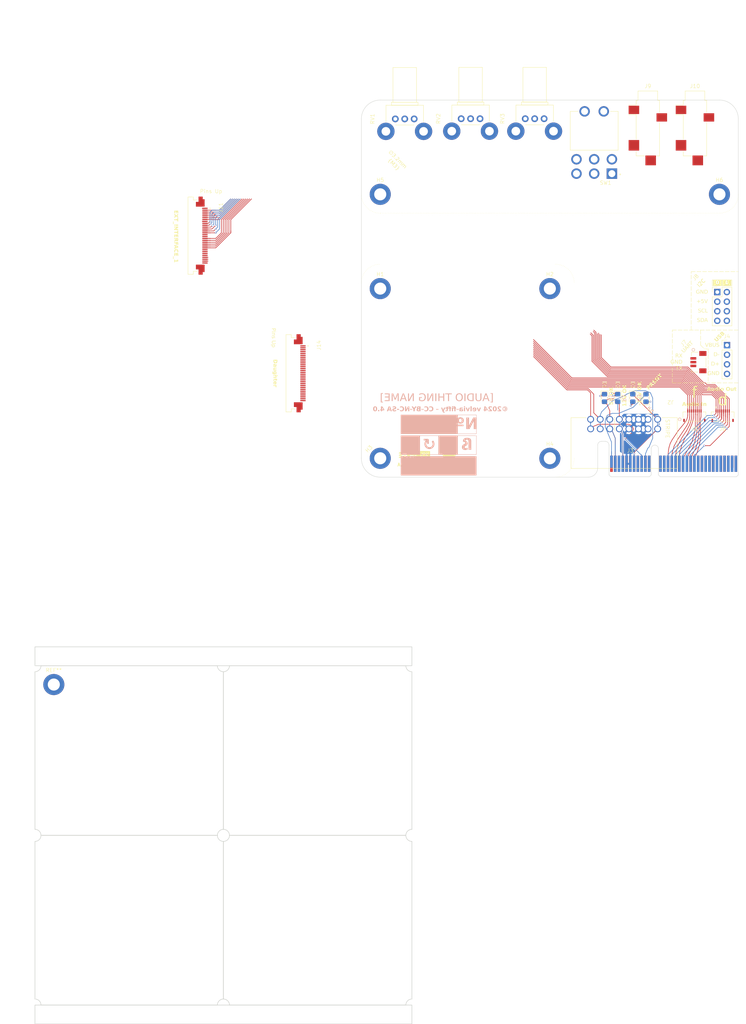
<source format=kicad_pcb>
(kicad_pcb (version 20240108) (generator "pcbnew") (generator_version "8.0")
  (layers (0 "F.Cu" signal) (31 "B.Cu" signal) (34 "B.Paste" user) (35 "F.Paste" user) (36 "B.SilkS" user "B.Silkscreen") (37 "F.SilkS" user "F.Silkscreen") (38 "B.Mask" user) (39 "F.Mask" user) (44 "Edge.Cuts" user))
  (net 0 "")
  (net 1 "GND")
  (net 2 "+5V")
  (net 3 "+12V")
  (net 4 "-12V")
  (net 5 "Net-(D4-K)")
  (net 6 "Net-(D4-A)")
  (net 7 "Net-(D1-K)")
  (net 8 "Net-(D3-A)")
  (net 9 "/Bus/CON_GATE")
  (net 10 "/Bus/CON_CV")
  (net 16 "Net-(J3-PRSNT_A)")
  (net 23 "/Bus/USB_D+")
  (net 24 "Net-(J3-Audio_In_B)")
  (net 25 "Net-(J3-Audio_Out_D)")
  (net 26 "Net-(J3-Audio_In_D)")
  (net 27 "Net-(J3-Audio_Out_B)")
  (net 28 "Net-(J3-USB_D-)")
  (net 29 "Net-(J3-Audio_Out_A)")
  (net 30 "Net-(J3-Audio_In_A)")
  (net 31 "Net-(J3-Audio_In_C)")
  (net 32 "Net-(J3-USB_5V)")
  (net 33 "Net-(J3-Audio_Out_C)")
  (net 34 "/Bus/I2C1_SDA")
  (net 35 "/Bus/I2C1_SCL")
  (net 36 "Net-(J3-UART_RX)")
  (net 37 "Net-(J3-UART_TX)")
  (net 40 "/Bus/I2C0_SDA")
  (net 42 "/Bus/I2C0_SCL")
  (net 43 "Net-(D2-K)")
  (net 62 "/EXT_JACK_T_5")
  (net 63 "/EXT_JACK_R_8")
  (net 64 "/EXT_JACK_R_7")
  (net 65 "/EXT_JACK_R_2")
  (net 66 "/EXT_JACK_TN_3")
  (net 67 "/EXT_JACK_TN_6")
  (net 68 "/EXT_JACK_TN_1")
  (net 69 "/EXT_JACK_T_6")
  (net 70 "/EXT_JACK_T_2")
  (net 71 "/EXT_JACK_T_4")
  (net 72 "/EXT_JACK_R_5")
  (net 73 "/EXT_JACK_T_7")
  (net 74 "/EXT_JACK_TN_8")
  (net 75 "/EXT_JACK_R_6")
  (net 76 "/EXT_JACK_TN_5")
  (net 77 "/EXT_JACK_TN_4")
  (net 78 "/EXT_JACK_R_4")
  (net 79 "/EXT_JACK_T_3")
  (net 80 "/EXT_JACK_TN_7")
  (net 81 "/EXT_JACK_R_3")
  (net 82 "/EXT_JACK_T_8")
  (net 83 "/EXT_JACK_TN_2")
  (net 84 "/EXT_JACK_R_1")
  (net 85 "/EXT_JACK_T_1")
  (net 86 "/DB PIN 2")
  (net 87 "/DB PIN 26")
  (net 88 "/DB PIN 23")
  (net 89 "/DB PIN 13")
  (net 90 "/DB PIN 16")
  (net 91 "/DB PIN 3")
  (net 92 "/DB PIN 8")
  (net 93 "/DB PIN 19")
  (net 94 "/DB PIN 30")
  (net 95 "/DB PIN 1")
  (net 96 "/DB PIN 20")
  (net 97 "/DB PIN 17")
  (net 98 "/DB PIN 5")
  (net 99 "/DB PIN 12")
  (net 100 "/DB PIN 10")
  (net 101 "/DB PIN 29")
  (net 102 "/DB PIN 14")
  (net 103 "/DB PIN 28")
  (net 104 "/DB PIN 7")
  (net 105 "/DB PIN 21")
  (net 106 "/DB PIN 11")
  (net 107 "/DB PIN 4")
  (net 108 "/DB PIN 27")
  (net 109 "/DB PIN 24")
  (net 110 "/DB PIN 15")
  (net 111 "/DB PIN 22")
  (net 112 "/DB PIN 9")
  (net 113 "/DB PIN 18")
  (net 114 "/DB PIN 25")
  (net 115 "/DB PIN 6")
  (footprint "AT-Footprints:SMD_STEREO_CUI_SJ-3524-SMT_Horizontal" (layer "F.Cu") (at 213.2625 52.05)
    (property "Reference" "J10")
    (property "Value" "Stereo Jack - SMD HZ")
  )
  (footprint "AT-Footprints:AMPHENOL_F33B-1A7Q1-E8C08" (layer "F.Cu") (at 220.6125 130.05)
    (property "Reference" "J6")
    (property "Value" "Audio Out")
  )
  (footprint "Connector_PCBEdge:BUS_PCIexpress_x4" (layer "F.Cu") (at 191.1125 142.3)
    (property "Reference" "J3")
    (property "Value" "~" (hide yes))
    (fp_line (start -0.65 -4.95) (end -0.65 2.95) (stroke (width 0.1)) (layer "Edge.Cuts"))
    (fp_line (start -0.65 2.95) (end -0.15 3.45) (stroke (width 0.1)) (layer "Edge.Cuts"))
    (fp_line (start -0.15 3.45) (end 10.05 3.45) (stroke (width 0.1)) (layer "Edge.Cuts"))
    (fp_line (start 10.55 -4) (end 10.55 2.95) (stroke (width 0.1)) (layer "Edge.Cuts"))
    (fp_line (start 10.55 2.95) (end 10.05 3.45) (stroke (width 0.1)) (layer "Edge.Cuts"))
    (fp_line (start 12.45 -4) (end 12.45 2.95) (stroke (width 0.1)) (layer "Edge.Cuts"))
    (fp_line (start 12.45 2.95) (end 12.95 3.45) (stroke (width 0.1)) (layer "Edge.Cuts"))
    (fp_line (start 12.95 3.45) (end 33.15 3.45) (stroke (width 0.1)) (layer "Edge.Cuts"))
    (fp_line (start 33.65 -4.95) (end 33.65 2.95) (stroke (width 0.1)) (layer "Edge.Cuts"))
    (fp_line (start 33.65 2.95) (end 33.15 3.45) (stroke (width 0.1)) (layer "Edge.Cuts"))
    (fp_arc (start 10.55 -4) (mid 11.5 -4.95) (end 12.45 -4) (stroke (width 0.1)) (layer "Edge.Cuts"))
  )
  (footprint "Symbol:OSHW-Logo2_7.3x6mm_SilkScreen" (layer "F.Cu") (at 148.0431 141.630501)
    (property "Reference" "REF**" (hide yes))
    (property "Value" "OSHW-Logo2_7.3x6mm_SilkScreen" (hide yes))
  )
  (footprint "AT-Footprints:Potentiometer_Bourns_PTV09A-2_Single_Horizontal" (layer "F.Cu") (at 156.2375 50.8 90)
    (property "Reference" "RV2")
    (property "Value" "PTV09 Pot HZ")
  )
  (footprint "AT-Footprints:AMPHENOL_SFV30R-4STE1HLF - FFC - 30 RA" (layer "F.Cu") (at 80.862501 81.800501 -90)
    (property "Reference" "J11")
    (property "Value" "EXT_INTERFACE_1")
  )
  (footprint "LED_SMD:LED_0805_2012Metric_Pad1.15x1.40mm_HandSolder" (layer "F.Cu") (at 189.2625 124.85 -90)
    (property "Reference" "D1")
    (property "Value" "5V OK")
  )
  (footprint "LED_SMD:LED_0805_2012Metric_Pad1.15x1.40mm_HandSolder" (layer "F.Cu") (at 196.7625 124.85 -90)
    (property "Reference" "D3")
    (property "Value" "-12V OK")
  )
  (footprint "AT-Footprints:SMD_STEREO_CUI_SJ-3524-SMT_Horizontal" (layer "F.Cu") (at 200.7625 52.05)
    (property "Reference" "J9")
    (property "Value" "Stereo Jack - SMD HZ")
  )
  (footprint "LED_SMD:LED_0805_2012Metric_Pad1.15x1.40mm_HandSolder" (layer "F.Cu") (at 200.2625 124.85 90)
    (property "Reference" "D4")
    (property "Value" "PRSNT")
  )
  (footprint "Connector_PinHeader_2.54mm:PinHeader_1x04_P2.54mm_Vertical" (layer "F.Cu") (at 221.7625 110.85)
    (property "Reference" "J4")
    (property "Value" "USB")
  )
  (footprint "MountingHole:MountingHole_3.2mm_M3_DIN965_Pad" (layer "F.Cu") (at 219.7625 70.85)
    (property "Reference" "H6")
    (property "Value" "M3")
  )
  (footprint "MountingHole:MountingHole_3.2mm_M3_DIN965_Pad" (layer "F.Cu") (at 129.7625 95.85)
    (property "Reference" "H1")
    (property "Value" "M3")
  )
  (footprint "AT-Footprints:AMPHENOL_SFV30R-4STE1HLF - FFC - 30 RA" (layer "F.Cu") (at 106.8625 118.3 -90)
    (property "Reference" "J14")
    (property "Value" "Daughter")
  )
  (footprint "AT-Footprints:at-logo" (layer "F.Cu") (at 138.918236 138.580441)
    (property "Reference" "G***" (hide yes))
    (property "Value" "LOGO" (hide yes))
  )
  (footprint "MountingHole:MountingHole_3.2mm_M3_DIN965_Pad" (layer "F.Cu") (at 129.7625 70.85)
    (property "Reference" "H5")
    (property "Value" "M3")
  )
  (footprint "AT-Footprints:Potentiometer_Bourns_PTV09A-2_Single_Horizontal" (layer "F.Cu") (at 173.2375 50.8 90)
    (property "Reference" "RV3")
    (property "Value" "PTV09 Pot HZ")
  )
  (footprint "LED_SMD:LED_0805_2012Metric_Pad1.15x1.40mm_HandSolder" (layer "F.Cu") (at 192.7625 124.85 -90)
    (property "Reference" "D2")
    (property "Value" "12V OK")
  )
  (footprint "MountingHole:MountingHole_3.2mm_M3_DIN965_Pad" (layer "F.Cu") (at 129.7625 140.85)
    (property "Reference" "H3")
    (property "Value" "M3")
  )
  (footprint "AT-Footprints:CONN_BM03B-SRSS-TBLFSN_JST" (layer "F.Cu") (at 214.2625 115.35 90)
    (property "Reference" "J7")
    (property "Value" "UART")
  )
  (footprint "AT-Footprints:DPDT Micro SW_1825138-7" (layer "F.Cu") (at 191.224 65.36 180)
    (property "Reference" "SW1")
    (property "Value" "Micro Toggle")
  )
  (footprint "MountingHole:MountingHole_3.2mm_M3_DIN965_Pad" (layer "F.Cu") (at 174.7625 140.85)
    (property "Reference" "H4")
    (property "Value" "M3")
  )
  (footprint "MountingHole:MountingHole_3.2mm_M3_DIN965_Pad" (layer "F.Cu") (at 43.162501 200.850001)
    (property "Reference" "REF**")
    (property "Value" "MountingHole_3.2mm_M3_DIN965_Pad")
  )
  (footprint "MountingHole:MountingHole_3.2mm_M3_DIN965_Pad" (layer "F.Cu") (at 174.7625 95.85)
    (property "Reference" "H2")
    (property "Value" "M3")
  )
  (footprint "Connector_PinHeader_2.54mm:PinHeader_2x04_P2.54mm_Vertical" (layer "F.Cu") (at 219.1825 96.77)
    (property "Reference" "J8")
    (property "Value" "I2C")
  )
  (footprint "AT-Footprints:Potentiometer_Bourns_PTV09A-2_Single_Horizontal" (layer "F.Cu") (at 138.7625 50.85 90)
    (property "Reference" "RV1")
    (property "Value" "PTV09 Pot HZ")
  )
  (footprint "AT-Footprints:AMPHENOL_F33B-1A7Q1-E8C08" (layer "F.Cu") (at 213.1125 130.05)
    (property "Reference" "J5")
    (property "Value" "Audio In")
  )
  (footprint "AT-Footprints:EURORACK Right Angle" (layer "F.Cu") (at 203.3625 130.51 180)
    (property "Reference" "J2")
    (property "Value" "OPT EURO")
  )
  (footprint "Resistor_SMD:R_0805_2012Metric_Pad1.20x1.40mm_HandSolder" (layer "B.Cu") (at 200.2625 124.85 -90)
    (property "Reference" "R4")
    (property "Value" "150")
  )
  (footprint "Resistor_SMD:R_0805_2012Metric_Pad1.20x1.40mm_HandSolder" (layer "B.Cu") (at 189.2625 124.85 90)
    (property "Reference" "R1")
    (property "Value" "150")
  )
  (footprint "Resistor_SMD:R_0805_2012Metric_Pad1.20x1.40mm_HandSolder" (layer "B.Cu") (at 196.7625 124.85 90)
    (property "Reference" "R3")
    (property "Value" "500")
  )
  (footprint "Resistor_SMD:R_0805_2012Metric_Pad1.20x1.40mm_HandSolder" (layer "B.Cu") (at 192.7625 124.85 90)
    (property "Reference" "R2")
    (property "Value" "500")
  )
  (gr_rect (start 135.2625 134.85) (end 140.2625 139.85) (stroke (width 0.1)) (fill solid) (layer "B.SilkS"))
  (gr_poly (pts (xy 150.2625 129.35) (xy 155.2625 129.35) (xy 155.2625 134.35) (xy 150.2625 134.350001)) (stroke (width 0.1)) (fill none) (layer "B.SilkS"))
  (gr_rect (start 140.2625 134.85) (end 145.2625 139.85) (stroke (width 0.1)) (fill none) (layer "B.SilkS"))
  (gr_rect (start 150.2625 134.85) (end 155.2625 139.85) (stroke (width 0.1)) (fill none) (layer "B.SilkS"))
  (gr_poly (pts (xy 135.2625 129.35) (xy 150.2625 129.35) (xy 150.2625 134.350001) (xy 135.2625 134.35)) (stroke (width 0.1)) (fill solid) (layer "B.SilkS"))
  (gr_rect (start 145.2625 134.85) (end 150.2625 139.85) (stroke (width 0.1)) (fill solid) (layer "B.SilkS"))
  (gr_rect (start 135.2625 140.35) (end 155.2625 145.35) (stroke (width 0.1)) (fill solid) (layer "B.SilkS"))
  (gr_arc (start 176.226966 89.385534) (mid 179.7625 90.85) (end 181.226966 94.385534) (stroke (width 0.1) (type dot)) (layer "F.SilkS"))
  (gr_line (start 219.7625 75.85) (end 129.7625 75.85) (stroke (width 0.1) (type dot)) (layer "F.SilkS"))
  (gr_line (start 215.7625 111.85) (end 216.7625 111.85) (stroke (width 0.1) (type dash)) (layer "F.SilkS"))
  (gr_arc (start 224.7625 70.85) (mid 223.298034 74.385534) (end 219.7625 75.85) (stroke (width 0.1) (type dot)) (layer "F.SilkS"))
  (gr_line (start 207.2625 106.85) (end 212.9191 106.85) (stroke (width 0.1) (type dash)) (layer "F.SilkS"))
  (gr_line (start 214.7625 106.85) (end 214.7625 110.85) (stroke (width 0.1) (type dash)) (layer "F.SilkS"))
  (gr_line (start 212.2625 91.35) (end 224.7625 91.35) (stroke (width 0.1) (type dash)) (layer "F.SilkS"))
  (gr_line (start 212.2625 106.85) (end 212.2625 91.35) (stroke (width 0.1) (type dash)) (layer "F.SilkS"))
  (gr_line (start 216.7625 111.85) (end 216.7625 120.85) (stroke (width 0.1) (type dash)) (layer "F.SilkS"))
  (gr_arc (start 124.7625 94.385534) (mid 126.226966 90.85) (end 129.7625 89.385534) (stroke (width 0.1) (type dot)) (layer "F.SilkS"))
  (gr_line (start 214.7625 110.85) (end 215.7625 111.85) (stroke (width 0.1) (type dash)) (layer "F.SilkS"))
  (gr_arc (start 129.7625 75.85) (mid 126.226966 74.385534) (end 124.7625 70.85) (stroke (width 0.1) (type dot)) (layer "F.SilkS"))
  (gr_arc (start 181.226966 140.85) (mid 179.7625 144.385534) (end 176.226966 145.85) (stroke (width 0.1) (type dot)) (layer "F.SilkS"))
  (gr_line (start 224.7625 106.85) (end 212.9191 106.85) (stroke (width 0.1) (type dash)) (layer "F.SilkS"))
  (gr_line (start 224.7625 120.85) (end 207.2625 120.85) (stroke (width 0.1) (type dash)) (layer "F.SilkS"))
  (gr_line (start 207.2625 120.85) (end 207.2625 106.85) (stroke (width 0.1) (type dash)) (layer "F.SilkS"))
  (gr_line (start 184.9625 145.85) (end 129.7625 145.85) (stroke (width 0.1)) (layer "Edge.Cuts"))
  (gr_line (start 136.5625 285.85) (end 89.7625 285.85) (stroke (width 0.15)) (layer "Edge.Cuts"))
  (gr_arc (start 138.1625 197.45) (mid 137.031129 196.981371) (end 136.5625 195.85) (stroke (width 0.15)) (layer "Edge.Cuts"))
  (gr_arc (start 88.1625 197.45) (mid 87.031129 196.981371) (end 86.5625 195.85) (stroke (width 0.15)) (layer "Edge.Cuts"))
  (gr_line (start 138.1625 242.45) (end 138.1625 284.25) (stroke (width 0.15)) (layer "Edge.Cuts"))
  (gr_arc (start 39.7625 195.85) (mid 39.293871 196.981371) (end 38.1625 197.45) (stroke (width 0.15)) (layer "Edge.Cuts"))
  (gr_line (start 188.4625 136.35) (end 189.4625 136.35) (stroke (width 0.1)) (layer "Edge.Cuts"))
  (gr_arc (start 86.5625 240.85) (mid 87.031129 239.718629) (end 88.1625 239.25) (stroke (width 0.15)) (layer "Edge.Cuts"))
  (gr_line (start 88.1625 284.25) (end 88.1625 242.45) (stroke (width 0.15)) (layer "Edge.Cuts"))
  (gr_line (start 219.7625 45.85) (end 129.7625 45.85) (stroke (width 0.1)) (layer "Edge.Cuts"))
  (gr_line (start 89.7625 195.85) (end 136.5625 195.85) (stroke (width 0.15)) (layer "Edge.Cuts"))
  (gr_rect (start 38.162501 285.850001) (end 138.162501 290.850001) (stroke (width 0.15)) (fill none) (layer "Edge.Cuts"))
  (gr_line (start 38.1625 284.25) (end 38.1625 242.45) (stroke (width 0.15)) (layer "Edge.Cuts"))
  (gr_line (start 136.5625 240.85) (end 89.7625 240.85) (stroke (width 0.15)) (layer "Edge.Cuts"))
  (gr_line (start 88.1625 242.45) (end 88.1625 284.25) (stroke (width 0.15)) (layer "Edge.Cuts"))
  (gr_arc (start 39.7625 240.85) (mid 39.293871 241.981371) (end 38.1625 242.45) (stroke (width 0.15)) (layer "Edge.Cuts"))
  (gr_line (start 88.1625 197.45) (end 88.1625 239.25) (stroke (width 0.15)) (layer "Edge.Cuts"))
  (gr_line (start 39.7625 240.85) (end 86.5625 240.85) (stroke (width 0.15)) (layer "Edge.Cuts"))
  (gr_line (start 224.7625 137.35) (end 224.7625 50.85) (stroke (width 0.1)) (layer "Edge.Cuts"))
  (gr_arc (start 88.1625 284.25) (mid 89.293871 284.718629) (end 89.7625 285.85) (stroke (width 0.15)) (layer "Edge.Cuts"))
  (gr_arc (start 89.7625 195.85) (mid 89.293871 196.981371) (end 88.1625 197.45) (stroke (width 0.15)) (layer "Edge.Cuts"))
  (gr_rect (start 38.162501 190.850001) (end 138.162501 195.850001) (stroke (width 0.15)) (fill none) (layer "Edge.Cuts"))
  (gr_arc (start 187.4625 143.35) (mid 186.730267 145.117767) (end 184.9625 145.85) (stroke (width 0.1)) (layer "Edge.Cuts"))
  (gr_line (start 88.1625 239.25) (end 88.1625 197.45) (stroke (width 0.15)) (layer "Edge.Cuts"))
  (gr_arc (start 88.1625 239.25) (mid 89.293871 239.718629) (end 89.7625 240.85) (stroke (width 0.15)) (layer "Edge.Cuts"))
  (gr_arc (start 38.1625 284.25) (mid 39.293871 284.718629) (end 39.7625 285.85) (stroke (width 0.15)) (layer "Edge.Cuts"))
  (gr_line (start 124.7625 140.85) (end 124.7625 50.85) (stroke (width 0.1)) (layer "Edge.Cuts"))
  (gr_line (start 86.5625 285.85) (end 39.7625 285.85) (stroke (width 0.15)) (layer "Edge.Cuts"))
  (gr_arc (start 189.4625 136.35) (mid 190.169607 136.642893) (end 190.4625 137.35) (stroke (width 0.1)) (layer "Edge.Cuts"))
  (gr_line (start 86.5625 240.85) (end 39.7625 240.85) (stroke (width 0.15)) (layer "Edge.Cuts"))
  (gr_arc (start 88.1625 242.45) (mid 87.031129 241.981371) (end 86.5625 240.85) (stroke (width 0.15)) (layer "Edge.Cuts"))
  (gr_arc (start 219.7625 45.85) (mid 223.298034 47.314466) (end 224.7625 50.85) (stroke (width 0.1)) (layer "Edge.Cuts"))
  (gr_arc (start 124.7625 50.85) (mid 126.226966 47.314466) (end 129.7625 45.85) (stroke (width 0.1)) (layer "Edge.Cuts"))
  (gr_arc (start 138.1625 242.45) (mid 137.031129 241.981371) (end 136.5625 240.85) (stroke (width 0.15)) (layer "Edge.Cuts"))
  (gr_line (start 39.7625 195.85) (end 86.5625 195.85) (stroke (width 0.15)) (layer "Edge.Cuts"))
  (gr_arc (start 136.5625 285.85) (mid 137.031129 284.718629) (end 138.1625 284.25) (stroke (width 0.15)) (layer "Edge.Cuts"))
  (gr_arc (start 136.5625 240.85) (mid 137.031129 239.718629) (end 138.1625 239.25) (stroke (width 0.15)) (layer "Edge.Cuts"))
  (gr_arc (start 86.5625 285.85) (mid 87.031129 284.718629) (end 88.1625 284.25) (stroke (width 0.15)) (layer "Edge.Cuts"))
  (gr_arc (start 89.7625 240.85) (mid 89.293871 241.981371) (end 88.1625 242.45) (stroke (width 0.15)) (layer "Edge.Cuts"))
  (gr_arc (start 129.7625 145.85) (mid 126.226966 144.385534) (end 124.7625 140.85) (stroke (width 0.1)) (layer "Edge.Cuts"))
  (gr_line (start 138.1625 197.45) (end 138.1625 239.25) (stroke (width 0.15)) (layer "Edge.Cuts"))
  (gr_line (start 38.1625 239.25) (end 38.1625 197.45) (stroke (width 0.15)) (layer "Edge.Cuts"))
  (gr_line (start 89.7625 240.85) (end 136.5625 240.85) (stroke (width 0.15)) (layer "Edge.Cuts"))
  (gr_line (start 187.4625 143.35) (end 187.4625 137.35) (stroke (width 0.1)) (layer "Edge.Cuts"))
  (gr_arc (start 187.4625 137.35) (mid 187.755393 136.642893) (end 188.4625 136.35) (stroke (width 0.1)) (layer "Edge.Cuts"))
  (gr_arc (start 38.1625 239.25) (mid 39.293871 239.718629) (end 39.7625 240.85) (stroke (width 0.15)) (layer "Edge.Cuts"))
  (gr_text "Nº" (at 152.7625 131.85 0) (layer "B.SilkS") (effects (font (size 3 3) (thickness 0.3) (bold yes)) (justify mirror)))
  (gr_text "\n\n" (at 153.7625 135.85 0) (layer "B.SilkS") (effects (font (size 1 1) (thickness 0.1)) (justify left bottom mirror)))
  (gr_text "©2024 velvia-fifty - CC-BY-NC-SA 4.0" (at 145.7625 127.85 0) (layer "B.SilkS") (effects (font (size 1.25 1.25) (thickness 0.25) (bold yes)) (justify mirror)))
  (gr_text "↺" (at 142.7625 137.35 0) (layer "B.SilkS") (effects (font (size 3 3) (thickness 0.3) (bold yes)) (justify mirror)))
  (gr_text "ß" (at 152.7625 137.35 0) (layer "B.SilkS") (effects (font (size 3 3) (thickness 0.3) (bold yes)) (justify mirror)))
  (gr_text "[AUDIO THING NAME]" (at 144.7625 124.85 0) (layer "B.SilkS") (effects (font (size 2 2) (thickness 0.1)) (justify mirror)))
  (gr_text "D-" (at 219.7625 113.35 0) (layer "F.SilkS") (effects (font (size 1 1) (thickness 0.1)) (justify right)))
  (gr_text "| 0 | 1 |" (at 220.4525 94.27 0) (layer "F.SilkS" knockout) (effects (font (size 1 1) (thickness 0.2) (bold yes))))
  (gr_text "GND" (at 219.7625 118.35 0) (layer "F.SilkS") (effects (font (size 1 1) (thickness 0.1)) (justify right)))
  (gr_text "SDA" (at 216.6825 104.27 0) (layer "F.SilkS") (effects (font (size 1 1) (thickness 0.1)) (justify right)))
  (gr_text "GND" (at 209.9591 115.35 0) (layer "F.SilkS") (effects (font (size 1 1) (thickness 0.1)) (justify right)))
  (gr_text "VBUS" (at 219.7625 110.85 0) (layer "F.SilkS") (effects (font (size 1 1) (thickness 0.1)) (justify right)))
  (gr_text "RX" (at 209.9591 113.687059 0) (layer "F.SilkS") (effects (font (size 1 1) (thickness 0.1)) (justify right)))
  (gr_text "SCL" (at 216.6825 101.77 0) (layer "F.SilkS") (effects (font (size 1 1) (thickness 0.1)) (justify right)))
  (gr_text "∅3.2mm \n{M3}" (at 133.9191 62.35 315) (layer "F.SilkS") (effects (font (size 1 1) (thickness 0.1875))))
  (gr_text "+5V" (at 216.6825 99.27 0) (layer "F.SilkS") (effects (font (size 1 1) (thickness 0.1)) (justify right)))
  (gr_text "TX" (at 209.9591 117.012941 0) (layer "F.SilkS") (effects (font (size 1 1) (thickness 0.1)) (justify right)))
  (gr_text "d" (at 220.6125 125.55 0) (layer "F.SilkS") (effects (font (size 3 3) (thickness 0.1875))))
  (gr_text "GND" (at 216.7225 96.77 0) (layer "F.SilkS") (effects (font (size 1 1) (thickness 0.1)) (justify right)))
  (gr_text "f" (at 213.1125 123.55 0) (layer "F.SilkS") (effects (font (size 3 3) (thickness 0.1875))))
  (gr_text "D+" (at 219.7625 115.85 0) (layer "F.SilkS") (effects (font (size 1 1) (thickness 0.1)) (justify right)))
  (segment (start 214.362 124.11) (end 210.138 119.886) (width 0.1524) (layer "F.Cu") (net 1))
  (segment (start 206.112 142.3) (end 206.112 140.058) (width 0.1524) (layer "F.Cu") (net 1))
  (segment (start 83.562501 82.050001) (end 83.512501 82.05) (width 0.1524) (layer "F.Cu") (net 1))
  (segment (start 179.569 122) (end 170.419 112.85) (width 0.1524) (layer "F.Cu") (net 1))
  (segment (start 220.362 128.3) (end 220.362 129.35) (width 0.1524) (layer "F.Cu") (net 1))
  (segment (start 210.914 130.863) (end 211.124 130.47) (width 0.1524) (layer "F.Cu") (net 1))
  (segment (start 208.269 139.053) (end 208.734 137.522) (width 0.1524) (layer "F.Cu") (net 1))
  (segment (start 213.554 137.982) (end 213.924 136.763) (width 0.1524) (layer "F.Cu") (net 1))
  (segment (start 83.751502 78.05) (end 82.773501 78.05) (width 0.1524) (layer "F.Cu") (net 1))
  (segment (start 215.582 120.825) (end 211.405 116.648) (width 0.1524) (layer "F.Cu") (net 1))
  (segment (start 213.362 129.248) (end 213.362 129.059) (width 0.1524) (layer "F.Cu") (net 1))
  (segment (start 214.362 128.98) (end 214.362 128.406) (width 0.1524) (layer "F.Cu") (net 1))
  (segment (start 82.773501 78.05) (end 82.743501 78.019999) (width 0.1524) (layer "F.Cu") (net 1))
  (segment (start 218.058 122.795) (end 215.554 122.795) (width 0.1524) (layer "F.Cu") (net 1))
  (segment (start 215.554 122.795) (end 210.883 118.124) (width 0.1524) (layer "F.Cu") (net 1))
  (segment (start 207.211 135.941) (end 208.81 133.547) (width 0.1524) (layer "F.Cu") (net 1))
  (segment (start 220.362 129.35) (end 220.362 128.3) (width 0.1524) (layer "F.Cu") (net 1))
  (segment (start 215.761 122) (end 211.18 117.419) (width 0.1524) (layer "F.Cu") (net 1))
  (segment (start 211.899 131.867) (end 212.245 130.724) (width 0.1524) (layer "F.Cu") (net 1))
  (segment (start 209.262 122) (end 179.569 122) (width 0.1524) (layer "F.Cu") (net 1))
  (segment (start 210.138 119.886) (end 180.455 119.886) (width 0.1524) (layer "F.Cu") (net 1))
  (segment (start 211.253 130.043) (end 211.343 129.594) (width 0.1524) (layer "F.Cu") (net 1))
  (segment (start 210.112 142.11) (end 210.112 142.148) (width 0.1524) (layer "F.Cu") (net 1))
  (segment (start 213.45 138.233) (end 213.554 137.982) (width 0.1524) (layer "F.Cu") (net 1))
  (segment (start 211.028 133.544) (end 211.809 132.082) (width 0.1524) (layer "F.Cu") (net 1))
  (segment (start 190.449 118.124) (end 187.01 114.684) (width 0.1524) (layer "F.Cu") (net 1))
  (segment (start 214.362 128.385) (end 214.362 124.11) (width 0.1524) (layer "F.Cu") (net 1))
  (segment (start 190.741 117.419) (end 187.714 114.392) (width 0.1524) (layer "F.Cu") (net 1))
  (segment (start 214.08 135.978) (end 214.361 133.124) (width 0.1524) (layer "F.Cu") (net 1))
  (segment (start 210.112 141.466) (end 210.127 141.315) (width 0.1524) (layer "F.Cu") (net 1))
  (segment (start 179.864 121.295) (end 170.419 111.85) (width 0.1524) (layer "F.Cu") (net 1))
  (segment (start 212.362 129.983) (end 212.362 128.624) (width 0.1524) (layer "F.Cu") (net 1))
  (segment (start 220.362 129.35) (end 220.362 130.115) (width 0.1524) (layer "F.Cu") (net 1))
  (segment (start 212.362 128.624) (end 212.362 128.623) (width 0.1524) (layer "F.Cu") (net 1))
  (segment (start 210.17 141.098) (end 210.342 140.531) (width 0.1524) (layer "F.Cu") (net 1))
  (segment (start 212.112 142.3) (end 212.112 141.618) (width 0.1524) (layer "F.Cu") (net 1))
  (segment (start 212.362 124.103) (end 209.554 121.295) (width 0.1524) (layer "F.Cu") (net 1))
  (segment (start 208.734 137.522) (end 208.953 136.993) (width 0.1524) (layer "F.Cu") (net 1))
  (segment (start 213.362 132.472) (end 213.362 129.248) (width 0.1524) (layer "F.Cu") (net 1))
  (segment (start 212.245 130.724) (end 212.332 130.286) (width 0.1524) (layer "F.Cu") (net 1))
  (segment (start 83.017501 74.550001) (end 83.262501 74.550001) (width 0.1524) (layer "F.Cu") (net 1))
  (segment (start 83.568501 81.550001) (end 83.537501 81.550001) (width 0.1524) (layer "F.Cu") (net 1))
  (segment (start 211.362 128.55) (end 211.362 128.5) (width 0.1524) (layer "F.Cu") (net 1))
  (segment (start 206.258 138.578) (end 206.387 137.927) (width 0.1524) (layer "F.Cu") (net 1))
  (segment (start 82.956501 74.55) (end 83.017501 74.550001) (width 0.1524) (layer "F.Cu") (net 1))
  (segment (start 219.362 128.3) (end 219.362 125.1) (width 0.1524) (layer "F.Cu") (net 1))
  (segment (start 187.01 114.684) (end 187.01 107.44) (width 0.1524) (layer "F.Cu") (net 1))
  (segment (start 82.743501 78.019999) (end 82.550501 78.02) (width 0.1524) (layer "F.Cu") (net 1))
  (segment (start 216.408 121.295) (end 215.938 120.825) (width 0.1524) (layer "F.Cu") (net 1))
  (segment (start 211.18 117.419) (end 190.741 117.419) (width 0.1524) (layer "F.Cu") (net 1))
  (segment (start 220.289 125.026) (end 218.058 122.795) (width 0.1524) (layer "F.Cu") (net 1))
  (segment (start 213.362 124.107) (end 209.846 120.59) (width 0.1524) (layer "F.Cu") (net 1))
  (segment (start 222.362 125.1) (end 218.558 121.295) (width 0.1524) (layer "F.Cu") (net 1))
  (segment (start 83.262501 89.05) (end 83.751501 89.05) (width 0.1524) (layer "F.Cu") (net 1))
  (segment (start 212.362 128.623) (end 212.362 128.606) (width 0.1524) (layer "F.Cu") (net 1))
  (segment (start 219.362 128.85) (end 219.362 128.3) (width 0.1524) (layer "F.Cu") (net 1))
  (segment (start 222.362 128.3) (end 222.362 129.3) (width 0.1524) (layer "F.Cu") (net 1))
  (segment (start 82.956501 74.55) (end 83.017501 74.550001) (width 0.1524) (layer "F.Cu") (net 1))
  (segment (start 83.512501 82.05) (end 83.462501 82.05) (width 0.1524) (layer "F.Cu") (net 1))
  (segment (start 219.362 128.85) (end 219.362 129.4) (width 0.1524) (layer "F.Cu") (net 1))
  (segment (start 211.405 116.648) (end 190.967 116.648) (width 0.1524) (layer "F.Cu") (net 1))
  (segment (start 187.01 107.44) (end 186.419 106.85) (width 0.1524) (layer "F.Cu") (net 1))
  (segment (start 209.646 132.528) (end 210.483 131.508) (width 0.1524) (layer "F.Cu") (net 1))
  (segment (start 211.362 128.55) (end 211.362 128.5) (width 0.1524) (layer "F.Cu") (net 1))
  (segment (start 188.419 114.1) (end 188.419 108.1) (width 0.1524) (layer "F.Cu") (net 1))
  (segment (start 219.362 125.1) (end 217.762 123.5) (width 0.1524) (layer "F.Cu") (net 1))
  (segment (start 212.985 134.748) (end 213.288 133.223) (width 0.1524) (layer "F.Cu") (net 1))
  (segment (start 215.738 137.49) (end 217.272 137.49) (width 0.1524) (layer "F.Cu") (net 1))
  (segment (start 186.305 114.976) (end 186.305 108.236) (width 0.1524) (layer "F.Cu") (net 1))
  (segment (start 212.758 139.529) (end 213.45 138.233) (width 0.1524) (layer "F.Cu") (net 1))
  (segment (start 83.537501 81.550001) (end 83.507502 81.550001) (width 0.1524) (layer "F.Cu") (net 1))
  (segment (start 208.112 140.764) (end 208.112 141.071) (width 0.1524) (layer "F.Cu") (net 1))
  (segment (start 209.846 120.59) (end 180.16 120.59) (width 0.1524) (layer "F.Cu") (net 1))
  (segment (start 212.332 130.286) (end 212.362 129.983) (width 0.1524) (layer "F.Cu") (net 1))
  (segment (start 211.406 138.561) (end 212.384 136.732) (width 0.1524) (layer "F.Cu") (net 1))
  (segment (start 212.384 136.732) (end 212.985 134.748) (width 0.1524) (layer "F.Cu") (net 1))
  (segment (start 83.568501 81.550001) (end 83.537501 81.550001) (width 0.1524) (layer "F.Cu") (net 1))
  (segment (start 210.342 140.531) (end 210.491 140.17) (width 0.1524) (layer "F.Cu") (net 1))
  (segment (start 212.156 141.167) (end 212.17 141.098) (width 0.1524) (layer "F.Cu") (net 1))
  (segment (start 222.362 128.3) (end 222.362 125.1) (width 0.1524) (layer "F.Cu") (net 1))
  (segment (start 214.361 128.982) (end 214.362 128.98) (width 0.1524) (layer "F.Cu") (net 1))
  (segment (start 211.343 129.594) (end 211.362 129.396) (width 0.1524) (layer "F.Cu") (net 1))
  (segment (start 221.362 125.1) (end 218.262 122) (width 0.1524) (layer "F.Cu") (net 1))
  (segment (start 210.491 140.17) (end 211.137 138.963) (width 0.1524) (layer "F.Cu") (net 1))
  (segment (start 83.462501 82.05) (end 83.262501 82.050001) (width 0.1524) (layer "F.Cu") (net 1))
  (segment (start 208.81 133.547) (end 209.646 132.528) (width 0.1524) (layer "F.Cu") (net 1))
  (segment (start 180.455 119.886) (end 170.419 109.85) (width 0.1524) (layer "F.Cu") (net 1))
  (segment (start 210.483 131.508) (end 210.914 130.863) (width 0.1524) (layer "F.Cu") (net 1))
  (segment (start 220.289 130.189) (end 220.289 125.026) (width 0.1524) (layer "F.Cu") (net 1))
  (segment (start 210.591 118.828) (end 190.157 118.828) (width 0.1524) (layer "F.Cu") (net 1))
  (segment (start 82.528502 74.550001) (end 82.956501 74.55) (width 0.1524) (layer "F.Cu") (net 1))
  (segment (start 208.953 136.993) (end 209.867 135.282) (width 0.1524) (layer "F.Cu") (net 1))
  (segment (start 210.112 142.148) (end 210.112 142.11) (width 0.1524) (layer "F.Cu") (net 1))
  (segment (start 221.362 131.4) (end 220.762 132) (width 0.1524) (layer "F.Cu") (net 1))
  (segment (start 213.362 129.248) (end 213.362 129.059) (width 0.1524) (layer "F.Cu") (net 1))
  (segment (start 211.137 138.963) (end 211.406 138.561) (width 0.1524) (layer "F.Cu") (net 1))
  (segment (start 212.362 128.624) (end 212.362 128.623) (width 0.1524) (layer "F.Cu") (net 1))
  (segment (start 220.362 130.115) (end 220.289 130.189) (width 0.1524) (layer "F.Cu") (net 1))
  (segment (start 83.512501 82.05) (end 83.462501 82.05) (width 0.1524) (layer "F.Cu") (net 1))
  (segment (start 211.362 128.5) (end 211.362 124.1) (width 0.1524) (layer "F.Cu") (net 1))
  (segment (start 218.558 121.295) (end 216.408 121.295) (width 0.1524) (layer "F.Cu") (net 1))
  (segment (start 208.112 140.764) (end 208.112 141.071) (width 0.1524) (layer "F.Cu") (net 1))
  (segment (start 212.362 128.623) (end 212.362 128.606) (width 0.1524) (layer "F.Cu") (net 1))
  (segment (start 190.157 118.828) (end 186.305 114.976) (width 0.1524) (layer "F.Cu") (net 1))
  (segment (start 186.305 108.236) (end 185.624 107.555) (width 0.1524) (layer "F.Cu") (net 1))
  (segment (start 221.362 128.3) (end 221.362 129.85) (width 0.1524) (layer "F.Cu") (net 1))
  (segment (start 208.112 140.456) (end 208.232 139.239) (width 0.1524) (layer "F.Cu") (net 1))
  (segment (start 220.362 128.3) (end 220.362 129.35) (width 0.1524) (layer "F.Cu") (net 1))
  (segment (start 212.362 128.606) (end 212.362 124.103) (width 0.1524) (layer "F.Cu") (net 1))
  (segment (start 221.362 129.85) (end 221.362 128.3) (width 0.1524) (layer "F.Cu") (net 1))
  (segment (start 217.762 123.5) (end 215.262 123.5) (width 0.1524) (layer "F.Cu") (net 1))
  (segment (start 220.362 129.35) (end 220.362 130.115) (width 0.1524) (layer "F.Cu") (net 1))
  (segment (start 219.362 129.4) (end 218.762 130) (width 0.1524) (layer "F.Cu") (net 1))
  (segment (start 218.262 122) (end 215.761 122) (width 0.1524) (layer "F.Cu") (net 1))
  (segment (start 206.701 136.894) (end 207.211 135.941) (width 0.1524) (layer "F.Cu") (net 1))
  (segment (start 221.362 128.3) (end 221.362 125.1) (width 0.1524) (layer "F.Cu") (net 1))
  (segment (start 210.95 133.662) (end 211.028 133.544) (width 0.1524) (layer "F.Cu") (net 1))
  (segment (start 206.387 137.927) (end 206.701 136.894) (width 0.1524) (layer "F.Cu") (net 1))
  (segment (start 190.967 116.648) (end 188.419 114.1) (width 0.1524) (layer "F.Cu") (net 1))
  (segment (start 213.288 133.223) (end 213.362 132.472) (width 0.1524) (layer "F.Cu") (net 1))
  (segment (start 214.361 133.124) (end 214.361 128.982) (width 0.1524) (layer "F.Cu") (net 1))
  (segment (start 211.809 132.082) (end 211.899 131.867) (width 0.1524) (layer "F.Cu") (net 1))
  (segment (start 214.362 128.406) (end 214.362 128.385) (width 0.1524) (layer "F.Cu") (net 1))
  (segment (start 210.127 141.315) (end 210.17 141.098) (width 0.1524) (layer "F.Cu") (net 1))
  (segment (start 209.554 121.295) (end 179.864 121.295) (width 0.1524) (layer "F.Cu") (net 1))
  (segment (start 212.112 141.618) (end 212.156 141.167) (width 0.1524) (layer "F.Cu") (net 1))
  (segment (start 208.112 140.764) (end 208.112 140.456) (width 0.1524) (layer "F.Cu") (net 1))
  (segment (start 220.362 130.115) (end 220.362 130.4) (width 0.1524) (layer "F.Cu") (net 1))
  (segment (start 83.537501 81.550001) (end 83.507502 81.550001) (width 0.1524) (layer "F.Cu") (net 1))
  (segment (start 215.938 120.825) (end 215.582 120.825) (width 0.1524) (layer "F.Cu") (net 1))
  (segment (start 214.362 128.406) (end 214.362 128.385) (width 0.1524) (layer "F.Cu") (net 1))
  (segment (start 210.112 142.148) (end 210.112 142.3) (width 0.1524) (layer "F.Cu") (net 1))
  (segment (start 222.362 129.3) (end 222.362 132.4) (width 0.1524) (layer "F.Cu") (net 1))
  (segment (start 208.112 141.071) (end 208.112 142.3) (width 0.1524) (layer "F.Cu") (net 1))
  (segment (start 209.867 135.282) (end 210.95 133.662) (width 0.1524) (layer "F.Cu") (net 1))
  (segment (start 210.112 142.11) (end 210.112 141.466) (width 0.1524) (layer "F.Cu") (net 1))
  (segment (start 215.262 123.5) (end 210.591 118.828) (width 0.1524) (layer "F.Cu") (net 1))
  (segment (start 217.272 137.49) (end 221.762 133) (width 0.1524) (layer "F.Cu") (net 1))
  (segment (start 222.362 132.4) (end 221.762 133) (width 0.1524) (layer "F.Cu") (net 1))
  (segment (start 83.507502 81.550001) (end 83.262501 81.55) (width 0.1524) (layer "F.Cu") (net 1))
  (segment (start 213.362 129.059) (end 213.362 124.107) (width 0.1524) (layer "F.Cu") (net 1))
  (segment (start 220.362 130.4) (end 219.762 131) (width 0.1524) (layer "F.Cu") (net 1))
  (segment (start 212.342 140.531) (end 212.758 139.529) (width 0.1524) (layer "F.Cu") (net 1))
  (segment (start 210.883 118.124) (end 190.449 118.124) (width 0.1524) (layer "F.Cu") (net 1))
  (segment (start 211.124 130.47) (end 211.253 130.043) (width 0.1524) (layer "F.Cu") (net 1))
  (segment (start 211.362 129.396) (end 211.362 128.55) (width 0.1524) (layer "F.Cu") (net 1))
  (segment (start 222.362 129.3) (end 222.362 128.3) (width 0.1524) (layer "F.Cu") (net 1))
  (segment (start 83.664501 81.55) (end 83.568501 81.550001) (width 0.1524) (layer "F.Cu") (net 1))
  (segment (start 213.924 136.763) (end 214.08 135.978) (width 0.1524) (layer "F.Cu") (net 1))
  (segment (start 208.232 139.239) (end 208.269 139.053) (width 0.1524) (layer "F.Cu") (net 1))
  (segment (start 219.362 128.3) (end 219.362 128.85) (width 0.1524) (layer "F.Cu") (net 1))
  (segment (start 221.362 129.85) (end 221.362 131.4) (width 0.1524) (layer "F.Cu") (net 1))
  (segment (start 187.714 114.392) (end 187.714 107.645) (width 0.1524) (layer "F.Cu") (net 1))
  (segment (start 212.17 141.098) (end 212.342 140.531) (width 0.1524) (layer "F.Cu") (net 1))
  (segment (start 206.112 140.058) (end 206.258 138.578) (width 0.1524) (layer "F.Cu") (net 1))
  (segment (start 211.362 124.1) (end 209.262 122) (width 0.1524) (layer "F.Cu") (net 1))
  (segment (start 180.16 120.59) (end 170.419 110.85) (width 0.1524) (layer "F.Cu") (net 1))
  (via (at 220.762 132) (size 0.46) (drill 0.3) (layers "F.Cu" "B.Cu") (net 1))
  (via (at 219.762 131) (size 0.46) (drill 0.3) (layers "F.Cu" "B.Cu") (net 1))
  (via (at 221.762 133) (size 0.46) (drill 0.3) (layers "F.Cu" "B.Cu") (net 1))
  (via (at 218.762 130) (size 0.46) (drill 0.3) (layers "F.Cu" "B.Cu") (net 1))
  (via (at 215.738 137.49) (size 0.46) (drill 0.3) (layers "F.Cu" "B.Cu") (net 1))
  (segment (start 220.657 132.105) (end 220.762 132) (width 0.1524) (layer "B.Cu") (net 1))
  (segment (start 219.465 131.297) (end 219.762 131) (width 0.1524) (layer "B.Cu") (net 1))
  (segment (start 192.762 128.078) (end 192.762 125.85) (width 0.1524) (layer "B.Cu") (net 1))
  (segment (start 213.112 142.3) (end 213.112 139.872) (width 0.1524) (layer "B.Cu") (net 1))
  (segment (start 211.112 142.3) (end 211.112 139.872) (width 0.1524) (layer "B.Cu") (net 1))
  (segment (start 213.356 139.872) (end 215.738 137.49) (width 0.1524) (layer "B.Cu") (net 1))
  (segment (start 209.112 142.3) (end 209.112 139.872) (width 0.1524) (layer "B.Cu") (net 1))
  (segment (start 211.112 139.872) (end 218.879 132.105) (width 0.1524) (layer "B.Cu") (net 1))
  (segment (start 216.913 130.072) (end 218.69 130.072) (width 0.1524) (layer "B.Cu") (net 1))
  (segment (start 217.688 131.297) (end 219.465 131.297) (width 0.1524) (layer "B.Cu") (net 1))
  (segment (start 213.112 139.872) (end 213.356 139.872) (width 0.1524) (layer "B.Cu") (net 1))
  (segment (start 218.69 130.072) (end 218.762 130) (width 0.1524) (layer "B.Cu") (net 1))
  (segment (start 207.112 142.3) (end 207.112 139.872) (width 0.1524) (layer "B.Cu") (net 1))
  (segment (start 218.879 132.105) (end 220.657 132.105) (width 0.1524) (layer "B.Cu") (net 1))
  (segment (start 207.112 139.872) (end 216.913 130.072) (width 0.1524) (layer "B.Cu") (net 1))
  (segment (start 209.112 139.872) (end 217.688 131.297) (width 0.1524) (layer "B.Cu") (net 1))
  (segment (start 191.025 133.412) (end 191.388 133.775) (width 0.1524) (layer "F.Cu") (net 2))
  (segment (start 192.1125 142.3) (end 192.1125 139.2705) (width 0.1524) (layer "F.Cu") (net 2))
  (segment (start 191.0245 133.412) (end 190.6625 133.05) (width 0.1524) (layer "F.Cu") (net 2))
  (segment (start 190.662 128.265) (end 190.662 128.8265) (width 0.1524) (layer "F.Cu") (net 2))
  (segment (start 189.7 125.438) (end 190.755 125.001) (width 0.1524) (layer "F.Cu") (net 2))
  (segment (start 189.962 126.575) (end 190.662 128.265) (width 0.1524) (layer "F.Cu") (net 2))
  (segment (start 192.1125 139.2705) (end 192.112 139.27) (width 0.1524) (layer "F.Cu") (net 2))
  (segment (start 189.262 125.875) (end 189.2625 125.875) (width 0.1524) (layer "F.Cu") (net 2))
  (segment (start 190.662 128.8265) (end 190.662 129.388) (width 0.1524) (layer "F.Cu") (net 2))
  (segment (start 189.2625 125.875) (end 189.7 125.875) (width 0.1524) (layer "F.Cu") (net 2))
  (segment (start 192.112 135.525) (end 192.112 139.27) (width 0.1524) (layer "F.Cu") (net 2))
  (segment (start 190.662 128.8265) (end 190.6625 128.827) (width 0.1524) (layer "F.Cu") (net 2))
  (segment (start 189.7 125.875) (end 189.7 126.312) (width 0.1524) (layer "F.Cu") (net 2))
  (segment (start 189.7 126.312) (end 189.962 126.575) (width 0.1524) (layer "F.Cu") (net 2))
  (segment (start 190.6625 128.827) (end 190.6625 130.51) (width 0.1524) (layer "F.Cu") (net 2))
  (segment (start 191.025 133.412) (end 191.0245 133.412) (width 0.1524) (layer "F.Cu") (net 2))
  (segment (start 191.388 133.775) (end 192.112 135.525) (width 0.1524) (layer "F.Cu") (net 2))
  (segment (start 190.755 125.001) (end 191.664 125.001) (width 0.1524) (layer "F.Cu") (net 2))
  (segment (start 189.7 125.875) (end 189.7 125.438) (width 0.1524) (layer "F.Cu") (net 2))
  (segment (start 192.112 137.2185) (end 192.1125 137.219) (width 0.1524) (layer "B.Cu") (net 2))
  (segment (start 191.025 133.412) (end 191.388 133.775) (width 0.1524) (layer "B.Cu") (net 2))
  (segment (start 191.388 133.775) (end 192.112 135.525) (width 0.1524) (layer "B.Cu") (net 2))
  (segment (start 190.662 132.0759) (end 190.6625 132.0754) (width 0.1524) (layer "B.Cu") (net 2))
  (segment (start 192.112 135.525) (end 192.112 137.2185) (width 0.1524) (layer "B.Cu") (net 2))
  (segment (start 190.662 133.05) (end 190.662 132.0759) (width 0.1524) (layer "B.Cu") (net 2))
  (segment (start 190.8435 133.231) (end 190.6625 133.05) (width 0.1524) (layer "B.Cu") (net 2))
  (segment (start 192.112 137.2185) (end 192.112 138.912) (width 0.1524) (layer "B.Cu") (net 2))
  (segment (start 191.025 133.412) (end 190.8435 133.231) (width 0.1524) (layer "B.Cu") (net 2))
  (segment (start 190.6625 132.0754) (end 190.6625 130.51) (width 0.1524) (layer "B.Cu") (net 2))
  (segment (start 190.8435 133.231) (end 190.662 133.05) (width 0.1524) (layer "B.Cu") (net 2))
  (segment (start 190.662 132.0759) (end 190.662 131.78) (width 0.1524) (layer "B.Cu") (net 2))
  (segment (start 192.1125 137.219) (end 192.1125 142.3) (width 0.1524) (layer "B.Cu") (net 2))
  (segment (start 190.8435 133.231) (end 190.662 133.05) (width 0.1524) (layer "B.Cu") (net 2))
  (segment (start 191.025 133.412) (end 190.8435 133.231) (width 0.1524) (layer "B.Cu") (net 2))
  (segment (start 193.202 126.626) (end 193.202 127.519) (width 0.1524) (layer "F.Cu") (net 3))
  (segment (start 194.112 139.166) (end 194.1125 139.1665) (width 0.1524) (layer "F.Cu") (net 3))
  (segment (start 192.762 125.875) (end 192.762 125.8755) (width 0.1524) (layer "F.Cu") (net 3))
  (segment (start 192.762 125.8755) (end 192.7625 125.875) (width 0.1524) (layer "F.Cu") (net 3))
  (segment (start 193.202 129.461) (end 193.2025 129.4615) (width 0.1524) (layer "F.Cu") (net 3))
  (segment (start 193.2025 129.4615) (end 193.2025 130.51) (width 0.1524) (layer "F.Cu") (net 3))
  (segment (start 192.763 125.876) (end 192.982 126.095) (width 0.1524) (layer "F.Cu") (net 3))
  (segment (start 194.112 134.603) (end 193.657 133.505) (width 0.1524) (layer "F.Cu") (net 3))
  (segment (start 193.202 127.52) (end 193.202 128.412) (width 0.1524) (layer "F.Cu") (net 3))
  (segment (start 194.1125 139.1665) (end 194.1125 142.3) (width 0.1524) (layer "F.Cu") (net 3))
  (segment (start 192.762 125.876) (end 192.763 125.876) (width 0.1524) (layer "F.Cu") (net 3))
  (segment (start 192.982 126.095) (end 193.202 126.626) (width 0.1524) (layer "F.Cu") (net 3))
  (segment (start 194.112 139.166) (end 194.112 134.603) (width 0.1524) (layer "F.Cu") (net 3))
  (segment (start 193.2023 133.0502) (end 193.202 133.05) (width 0.1524) (layer "F.Cu") (net 3))
  (segment (start 193.202 127.519) (end 193.202 127.52) (width 0.1524) (layer "F.Cu") (net 3))
  (segment (start 193.202 127.519) (end 193.202 127.52) (width 0.1524) (layer "F.Cu") (net 3))
  (segment (start 193.657 133.505) (end 193.2023 133.0502) (width 0.1524) (layer "F.Cu") (net 3))
  (segment (start 193.202 128.412) (end 193.202 129.461) (width 0.1524) (layer "F.Cu") (net 3))
  (segment (start 193.202 129.461) (end 193.202 130.51) (width 0.1524) (layer "F.Cu") (net 3))
  (segment (start 193.2025 133.05) (end 193.2023 133.0502) (width 0.1524) (layer "F.Cu") (net 3))
  (segment (start 192.762 125.8755) (end 192.762 125.876) (width 0.1524) (layer "F.Cu") (net 3))
  (segment (start 194.112 142.3) (end 194.112 139.166) (width 0.1524) (layer "F.Cu") (net 3))
  (segment (start 193.202 127.52) (end 193.202 128.412) (width 0.1524) (layer "F.Cu") (net 3))
  (segment (start 194.112 137.6) (end 194.112 139.166) (width 0.1524) (layer "B.Cu") (net 3))
  (segment (start 193.202 132.415) (end 193.202 132.414) (width 0.1524) (layer "B.Cu") (net 3))
  (segment (start 193.202 131.145) (end 193.2025 131.1445) (width 0.1524) (layer "B.Cu") (net 3))
  (segment (start 193.202 132.7325) (end 193.202 132.415) (width 0.1524) (layer "B.Cu") (net 3))
  (segment (start 193.202 132.7325) (end 193.2025 132.733) (width 0.1524) (layer "B.Cu") (net 3))
  (segment (start 194.112 137.6) (end 194.112 139.166) (width 0.1524) (layer "B.Cu") (net 3))
  (segment (start 193.202 133.05) (end 193.202 132.7325) (width 0.1524) (layer "B.Cu") (net 3))
  (segment (start 193.657 133.505) (end 194.112 134.603) (width 0.1524) (layer "B.Cu") (net 3))
  (segment (start 193.203 133.0505) (end 193.203 133.051) (width 0.1524) (layer "B.Cu") (net 3))
  (segment (start 193.202 132.415) (end 193.202 132.414) (width 0.1524) (layer "B.Cu") (net 3))
  (segment (start 193.2025 131.1445) (end 193.2025 130.51) (width 0.1524) (layer "B.Cu") (net 3))
  (segment (start 193.2025 132.733) (end 193.2025 133.05) (width 0.1524) (layer "B.Cu") (net 3))
  (segment (start 194.112 140.733) (end 194.1125 140.7335) (width 0.1524) (layer "B.Cu") (net 3))
  (segment (start 194.112 140.733) (end 194.112 142.3) (width 0.1524) (layer "B.Cu") (net 3))
  (segment (start 194.1125 140.7335) (end 194.1125 142.3) (width 0.1524) (layer "B.Cu") (net 3))
  (segment (start 193.2025 133.05) (end 193.203 133.0505) (width 0.1524) (layer "B.Cu") (net 3))
  (segment (start 194.112 137.599) (end 194.112 137.6) (width 0.1524) (layer "B.Cu") (net 3))
  (segment (start 194.112 137.599) (end 194.112 137.6) (width 0.1524) (layer "B.Cu") (net 3))
  (segment (start 193.202 131.145) (end 193.202 130.51) (width 0.1524) (layer "B.Cu") (net 3))
  (segment (start 193.203 133.051) (end 193.657 133.505) (width 0.1524) (layer "B.Cu") (net 3))
  (segment (start 193.202 132.414) (end 193.202 131.78) (width 0.1524) (layer "B.Cu") (net 3))
  (segment (start 193.202 131.78) (end 193.202 131.145) (width 0.1524) (layer "B.Cu") (net 3))
  (segment (start 194.112 134.603) (end 194.112 137.599) (width 0.1524) (layer "B.Cu") (net 3))
  (segment (start 193.202 132.414) (end 193.202 131.78) (width 0.1524) (layer "B.Cu") (net 3))
  (segment (start 194.112 139.166) (end 194.112 140.733) (width 0.1524) (layer "B.Cu") (net 3))
  (segment (start 202.978 133.434) (end 202.593 133.819) (width 0.1524) (layer "F.Cu") (net 4))
  (segment (start 197.112 142.3) (end 197.112 140.9985) (width 0.1524) (layer "F.Cu") (net 4))
  (segment (start 196.762 123.8465) (end 196.7625 123.846) (width 0.1524) (layer "F.Cu") (net 4))
  (segment (start 196.7625 123.846) (end 196.7625 123.825) (width 0.1524) (layer "F.Cu") (net 4))
  (segment (start 196.762 123.878) (end 196.762 123.868) (width 0.1524) (layer "F.Cu") (net 4))
  (segment (start 203.17 130.318) (end 203.362 130.51) (width 0.1524) (layer "F.Cu") (net 4))
  (segment (start 203.362 133.05) (end 203.17 133.242) (width 0.1524) (layer "F.Cu") (net 4))
  (segment (start 197.149 139.448) (end 197.28 139.132) (width 0.1524) (layer "F.Cu") (net 4))
  (segment (start 197.1125 140.999) (end 197.1125 142.3) (width 0.1524) (layer "F.Cu") (net 4))
  (segment (start 197.112 139.697) (end 197.13 139.652) (width 0.1524) (layer "F.Cu") (net 4))
  (segment (start 202.978 130.126) (end 203.17 130.318) (width 0.1524) (layer "F.Cu") (net 4))
  (segment (start 202.594 133.819) (end 202.978 133.434) (width 0.1524) (layer "F.Cu") (net 4))
  (segment (start 196.762 123.868) (end 196.762 123.8465) (width 0.1524) (layer "F.Cu") (net 4))
  (segment (start 202.978 130.126) (end 202.593 129.741) (width 0.1524) (layer "F.Cu") (net 4))
  (segment (start 197.112 140.9985) (end 197.1125 140.999) (width 0.1524) (layer "F.Cu") (net 4))
  (segment (start 203.17 133.242) (end 202.978 133.434) (width 0.1524) (layer "F.Cu") (net 4))
  (segment (start 203.17 133.242) (end 203.1705 133.242) (width 0.1524) (layer "F.Cu") (net 4))
  (segment (start 197.28 139.132) (end 202.593 133.819) (width 0.1524) (layer "F.Cu") (net 4))
  (segment (start 202.593 133.819) (end 202.594 133.819) (width 0.1524) (layer "F.Cu") (net 4))
  (segment (start 203.17 130.318) (end 203.362 130.51) (width 0.1524) (layer "F.Cu") (net 4))
  (segment (start 196.762 123.8465) (end 196.762 123.825) (width 0.1524) (layer "F.Cu") (net 4))
  (segment (start 202.594 129.741) (end 202.978 130.126) (width 0.1524) (layer "F.Cu") (net 4))
  (segment (start 197.112 140.9985) (end 197.112 139.697) (width 0.1524) (layer "F.Cu") (net 4))
  (segment (start 196.777 123.925) (end 196.762 123.889) (width 0.1524) (layer "F.Cu") (net 4))
  (segment (start 203.17 133.242) (end 203.362 133.05) (width 0.1524) (layer "F.Cu") (net 4))
  (segment (start 202.593 129.741) (end 202.594 129.741) (width 0.1524) (layer "F.Cu") (net 4))
  (segment (start 202.978 133.434) (end 203.17 133.242) (width 0.1524) (layer "F.Cu") (net 4))
  (segment (start 196.762 123.889) (end 196.762 123.878) (width 0.1524) (layer "F.Cu") (net 4))
  (segment (start 197.13 139.652) (end 197.149 139.634) (width 0.1524) (layer "F.Cu") (net 4))
  (segment (start 203.17 130.318) (end 203.1705 130.318) (width 0.1524) (layer "F.Cu") (net 4))
  (segment (start 203.17 130.318) (end 202.978 130.126) (width 0.1524) (layer "F.Cu") (net 4))
  (segment (start 203.1705 133.242) (end 203.3625 133.05) (width 0.1524) (layer "F.Cu") (net 4))
  (segment (start 197.149 139.634) (end 197.149 139.448) (width 0.1524) (layer "F.Cu") (net 4))
  (segment (start 196.762 123.878) (end 196.762 123.868) (width 0.1524) (layer "F.Cu") (net 4))
  (segment (start 202.978 133.434) (end 203.17 133.242) (width 0.1524) (layer "F.Cu") (net 4))
  (segment (start 203.17 133.242) (end 203.362 133.05) (width 0.1524) (layer "F.Cu") (net 4))
  (segment (start 202.978 130.126) (end 203.17 130.318) (width 0.1524) (layer "F.Cu") (net 4))
  (segment (start 202.593 129.741) (end 196.777 123.925) (width 0.1524) (layer "F.Cu") (net 4))
  (segment (start 203.1705 130.318) (end 203.3625 130.51) (width 0.1524) (layer "F.Cu") (net 4))
  (segment (start 203.362 130.51) (end 203.17 130.318) (width 0.1524) (layer "F.Cu") (net 4))
  (via (at 197.149 139.634) (size 0.46) (drill 0.3) (layers "F.Cu" "B.Cu") (net 4))
  (segment (start 197.149 139.634) (end 197.13 139.652) (width 0.1524) (layer "B.Cu") (net 4))
  (segment (start 203.3625 130.51) (end 203.362 130.51) (width 0.1524) (layer "B.Cu") (net 4))
  (segment (start 197.13 139.652) (end 197.112 139.697) (width 0.1524) (layer "B.Cu") (net 4))
  (segment (start 197.112 140.342) (end 197.112 140.985) (width 0.1524) (layer "B.Cu") (net 4))
  (segment (start 197.112 140.985) (end 197.112 141.6425) (width 0.1524) (layer "B.Cu") (net 4))
  (segment (start 203.362 133.05) (end 203.362 131.78) (width 0.1524) (layer "B.Cu") (net 4))
  (segment (start 197.112 141.6425) (end 197.1125 141.643) (width 0.1524) (layer "B.Cu") (net 4))
  (segment (start 197.112 141.6425) (end 197.112 142.3) (width 0.1524) (layer "B.Cu") (net 4))
  (segment (start 203.362 131.78) (end 203.3625 131.7805) (width 0.1524) (layer "B.Cu") (net 4))
  (segment (start 197.1125 141.643) (end 197.1125 142.3) (width 0.1524) (layer "B.Cu") (net 4))
  (segment (start 197.112 140.341) (end 197.112 140.342) (width 0.1524) (layer "B.Cu") (net 4))
  (segment (start 197.112 140.341) (end 197.112 140.342) (width 0.1524) (layer "B.Cu") (net 4))
  (segment (start 197.112 140.342) (end 197.112 140.985) (width 0.1524) (layer "B.Cu") (net 4))
  (segment (start 197.112 139.697) (end 197.112 140.341) (width 0.1524) (layer "B.Cu") (net 4))
  (segment (start 203.3625 131.7805) (end 203.3625 133.05) (width 0.1524) (layer "B.Cu") (net 4))
  (segment (start 203.362 131.78) (end 203.362 130.51) (width 0.1524) (layer "B.Cu") (net 4))
  (segment (start 200.264 125.877) (end 200.263 125.876) (width 0.1524) (layer "F.Cu") (net 5))
  (segment (start 200.263 125.876) (end 200.262 125.876) (width 0.1524) (layer "F.Cu") (net 5))
  (segment (start 200.262 125.8755) (end 200.262 125.875) (width 0.1524) (layer "F.Cu") (net 5))
  (segment (start 200.268 125.879) (end 200.264 125.877) (width 0.1524) (layer "F.Cu") (net 5))
  (segment (start 200.262 125.876) (end 200.262 125.8755) (width 0.1524) (layer "F.Cu") (net 5))
  (segment (start 200.262 125.8755) (end 200.2625 125.875) (width 0.1524) (layer "F.Cu") (net 5))
  (segment (start 201.423 125.879) (end 200.268 125.879) (width 0.1524) (layer "F.Cu") (net 5))
  (via (at 201.423 125.879) (size 0.46) (drill 0.3) (layers "F.Cu" "B.Cu") (net 5))
  (segment (start 201.408 125.864) (end 201.373 125.85) (width 0.1524) (layer "B.Cu") (net 5))
  (segment (start 201.373 125.85) (end 200.2625 125.85) (width 0.1524) (layer "B.Cu") (net 5))
  (segment (start 201.423 125.879) (end 201.408 125.864) (width 0.1524) (layer "B.Cu") (net 5))
  (segment (start 200.2625 125.85) (end 200.262 125.85) (width 0.1524) (layer "B.Cu") (net 5))
  (segment (start 189.0785 124.009) (end 189.2625 123.825) (width 0.1524) (layer "F.Cu") (net 7))
  (segment (start 189.078 124.009) (end 189.262 123.825) (width 0.1524) (layer "F.Cu") (net 7))
  (segment (start 188.746 124.254) (end 188.894 124.193) (width 0.1524) (layer "F.Cu") (net 7))
  (segment (start 189.078 124.009) (end 189.0785 124.009) (width 0.1524) (layer "F.Cu") (net 7))
  (segment (start 188.111 124.316) (end 188.599 124.316) (width 0.1524) (layer "F.Cu") (net 7))
  (segment (start 188.599 124.316) (end 188.746 124.254) (width 0.1524) (layer "F.Cu") (net 7))
  (segment (start 188.894 124.193) (end 189.078 124.009) (width 0.1524) (layer "F.Cu") (net 7))
  (segment (start 188.746 124.254) (end 188.833 124.254) (width 0.1524) (layer "F.Cu") (net 7))
  (segment (start 188.833 124.254) (end 188.894 124.193) (width 0.1524) (layer "F.Cu") (net 7))
  (via (at 188.111 124.316) (size 0.46) (drill 0.3) (layers "F.Cu" "B.Cu") (net 7))
  (segment (start 188.905 123.85) (end 188.344 124.083) (width 0.1524) (layer "B.Cu") (net 7))
  (segment (start 188.344 124.083) (end 188.111 124.316) (width 0.1524) (layer "B.Cu") (net 7))
  (segment (start 189.262 123.85) (end 188.905 123.85) (width 0.1524) (layer "B.Cu") (net 7))
  (segment (start 189.2625 123.85) (end 189.262 123.85) (width 0.1524) (layer "B.Cu") (net 7))
  (segment (start 196.762 126.198) (end 196.762 126.134) (width 0.1524) (layer "F.Cu") (net 8))
  (segment (start 196.762 126.0045) (end 196.762 125.875) (width 0.1524) (layer "F.Cu") (net 8))
  (segment (start 196.762 126.198) (end 196.762 126.134) (width 0.1524) (layer "F.Cu") (net 8))
  (segment (start 196.671 126.483) (end 196.762 126.263) (width 0.1524) (layer "F.Cu") (net 8))
  (segment (start 196.7625 126.004) (end 196.7625 125.875) (width 0.1524) (layer "F.Cu") (net 8))
  (segment (start 196.762 126.263) (end 196.762 126.198) (width 0.1524) (layer "F.Cu") (net 8))
  (segment (start 196.248 126.906) (end 196.671 126.483) (width 0.1524) (layer "F.Cu") (net 8))
  (segment (start 196.762 126.0045) (end 196.7625 126.004) (width 0.1524) (layer "F.Cu") (net 8))
  (segment (start 196.762 126.134) (end 196.762 126.0045) (width 0.1524) (layer "F.Cu") (net 8))
  (via (at 196.248 126.906) (size 0.46) (drill 0.3) (layers "F.Cu" "B.Cu") (net 8))
  (segment (start 196.601 126.011) (end 196.602 126.011) (width 0.1524) (layer "B.Cu") (net 8))
  (segment (start 196.602 126.011) (end 196.762 125.85) (width 0.1524) (layer "B.Cu") (net 8))
  (segment (start 196.248 126.906) (end 196.248 126.635) (width 0.1524) (layer "B.Cu") (net 8))
  (segment (start 196.248 126.635) (end 196.44 126.172) (width 0.1524) (layer "B.Cu") (net 8))
  (segment (start 196.44 126.172) (end 196.601 126.011) (width 0.1524) (layer "B.Cu") (net 8))
  (segment (start 196.762 125.85) (end 196.601 126.011) (width 0.1524) (layer "B.Cu") (net 8))
  (segment (start 196.7625 125.85) (end 196.762 125.85) (width 0.1524) (layer "B.Cu") (net 8))
  (segment (start 185.582 129.948) (end 185.5825 129.9485) (width 0.1524) (layer "F.Cu") (net 9))
  (segment (start 184.774 122.705) (end 179.274 122.705) (width 0.1524) (layer "F.Cu") (net 9))
  (segment (start 185.5825 129.9485) (end 185.5825 130.51) (width 0.1524) (layer "F.Cu") (net 9))
  (segment (start 194.785 135.702) (end 194.889 135.659) (width 0.1524) (layer "F.Cu") (net 9))
  (segment (start 185.582 129.948) (end 185.582 123.513) (width 0.1524) (layer "F.Cu") (net 9))
  (segment (start 185.5825 133.0495) (end 185.5825 133.05) (width 0.1524) (layer "F.Cu") (net 9))
  (segment (start 196.924 133.052) (end 196.568 132.19) (width 0.1524) (layer "F.Cu") (net 9))
  (segment (start 194.724 135.702) (end 194.785 135.702) (width 0.1524) (layer "F.Cu") (net 9))
  (segment (start 196.924 133.086) (end 196.924 133.052) (width 0.1524) (layer "F.Cu") (net 9))
  (segment (start 187.659 131.833) (end 186.191 132.441) (width 0.1524) (layer "F.Cu") (net 9))
  (segment (start 179.274 122.705) (end 170.419 113.85) (width 0.1524) (layer "F.Cu") (net 9))
  (segment (start 196.543 134.005) (end 196.924 133.086) (width 0.1524) (layer "F.Cu") (net 9))
  (segment (start 186.191 132.441) (end 185.5825 133.0495) (width 0.1524) (layer "F.Cu") (net 9))
  (segment (start 194.889 135.659) (end 196.543 134.005) (width 0.1524) (layer "F.Cu") (net 9))
  (segment (start 185.582 130.51) (end 185.582 129.948) (width 0.1524) (layer "F.Cu") (net 9))
  (segment (start 195.706 131.833) (end 187.659 131.833) (width 0.1524) (layer "F.Cu") (net 9))
  (segment (start 185.582 123.513) (end 184.774 122.705) (width 0.1524) (layer "F.Cu") (net 9))
  (segment (start 196.568 132.19) (end 195.706 131.833) (width 0.1524) (layer "F.Cu") (net 9))
  (segment (start 185.5825 133.0495) (end 185.582 133.05) (width 0.1524) (layer "F.Cu") (net 9))
  (via (at 194.724 135.702) (size 0.46) (drill 0.3) (layers "F.Cu" "B.Cu") (net 9))
  (segment (start 185.582 132.415) (end 185.582 133.05) (width 0.1524) (layer "B.Cu") (net 9))
  (segment (start 185.582 131.621) (end 185.582 131.462) (width 0.1524) (layer "B.Cu") (net 9))
  (segment (start 198.817 139.795) (end 199.003 139.872) (width 0.1524) (layer "B.Cu") (net 9))
  (segment (start 185.582 131.145) (end 185.582 130.8275) (width 0.1524) (layer "B.Cu") (net 9))
  (segment (start 185.582 132.415) (end 185.5825 132.4155) (width 0.1524) (layer "B.Cu") (net 9))
  (segment (start 199.112 141.693) (end 199.112 142.3) (width 0.1524) (layer "B.Cu") (net 9))
  (segment (start 185.582 131.78) (end 185.582 132.415) (width 0.1524) (layer "B.Cu") (net 9))
  (segment (start 199.1125 141.6935) (end 199.1125 142.3) (width 0.1524) (layer "B.Cu") (net 9))
  (segment (start 185.582 130.8275) (end 185.582 130.51) (width 0.1524) (layer "B.Cu") (net 9))
  (segment (start 185.582 131.621) (end 185.582 131.622) (width 0.1524) (layer "B.Cu") (net 9))
  (segment (start 185.5825 132.4155) (end 185.5825 133.05) (width 0.1524) (layer "B.Cu") (net 9))
  (segment (start 199.112 141.693) (end 199.1125 141.6935) (width 0.1524) (layer "B.Cu") (net 9))
  (segment (start 199.112 140.534) (end 199.112 141.086) (width 0.1524) (layer "B.Cu") (net 9))
  (segment (start 185.582 131.462) (end 185.582 131.145) (width 0.1524) (layer "B.Cu") (net 9))
  (segment (start 199.112 140.534) (end 199.112 141.086) (width 0.1524) (layer "B.Cu") (net 9))
  (segment (start 185.582 131.462) (end 185.582 131.145) (width 0.1524) (layer "B.Cu") (net 9))
  (segment (start 185.582 131.78) (end 185.582 131.622) (width 0.1524) (layer "B.Cu") (net 9))
  (segment (start 185.582 131.622) (end 185.582 131.621) (width 0.1524) (layer "B.Cu") (net 9))
  (segment (start 185.5825 130.827) (end 185.5825 130.51) (width 0.1524) (layer "B.Cu") (net 9))
  (segment (start 185.582 130.8275) (end 185.5825 130.827) (width 0.1524) (layer "B.Cu") (net 9))
  (segment (start 194.724 135.702) (end 198.817 139.795) (width 0.1524) (layer "B.Cu") (net 9))
  (segment (start 199.112 139.981) (end 199.112 140.534) (width 0.1524) (layer "B.Cu") (net 9))
  (segment (start 185.582 131.622) (end 185.582 131.78) (width 0.1524) (layer "B.Cu") (net 9))
  (segment (start 199.003 139.872) (end 199.112 139.981) (width 0.1524) (layer "B.Cu") (net 9))
  (segment (start 199.112 141.086) (end 199.112 141.693) (width 0.1524) (layer "B.Cu") (net 9))
  (segment (start 179.422 122.352) (end 170.419 113.35) (width 0.1524) (layer "F.Cu") (net 10))
  (segment (start 187.3531 129.7411) (end 186.419 128.807) (width 0.1524) (layer "F.Cu") (net 10))
  (segment (start 188.122 130.51) (end 187.3531 129.7411) (width 0.1524) (layer "F.Cu") (net 10))
  (segment (start 184.922 122.352) (end 179.422 122.352) (width 0.1524) (layer "F.Cu") (net 10))
  (segment (start 186.419 128.807) (end 186.419 123.85) (width 0.1524) (layer "F.Cu") (net 10))
  (segment (start 186.419 123.85) (end 184.922 122.352) (width 0.1524) (layer "F.Cu") (net 10))
  (segment (start 187.3536 129.7411) (end 188.1225 130.51) (width 0.1524) (layer "F.Cu") (net 10))
  (segment (start 187.3531 129.7411) (end 187.3536 129.7411) (width 0.1524) (layer "F.Cu") (net 10))
  (segment (start 200.725 138.224) (end 200.112 139.702) (width 0.1524) (layer "B.Cu") (net 10))
  (segment (start 188.122 130.228) (end 188.122 130.51) (width 0.1524) (layer "B.Cu") (net 10))
  (segment (start 188.122 129.944) (end 188.122 130.227) (width 0.1524) (layer "B.Cu") (net 10))
  (segment (start 191.505 125.524) (end 193.132 124.85) (width 0.1524) (layer "B.Cu") (net 10))
  (segment (start 202.041 124.873) (end 202.041 135.544) (width 0.1524) (layer "B.Cu") (net 10))
  (segment (start 188.122 129.943) (end 188.122 129.944) (width 0.1524) (layer "B.Cu") (net 10))
  (segment (start 200.112 140.135) (end 200.112 140.136) (width 0.1524) (layer "B.Cu") (net 10))
  (segment (start 188.122 130.228) (end 188.122 130.51) (width 0.1524) (layer "B.Cu") (net 10))
  (segment (start 202.041 135.544) (end 201.076 137.872) (width 0.1524) (layer "B.Cu") (net 10))
  (segment (start 200.087 122.92) (end 201.468 123.492) (width 0.1524) (layer "B.Cu") (net 10))
  (segment (start 200.112 139.702) (end 200.112 140.135) (width 0.1524) (layer "B.Cu") (net 10))
  (segment (start 201.076 137.872) (end 200.725 138.224) (width 0.1524) (layer "B.Cu") (net 10))
  (segment (start 188.1225 131.7805) (end 188.1225 133.05) (width 0.1524) (layer "B.Cu") (net 10))
  (segment (start 188.122 129.942) (end 188.122 129.425) (width 0.1524) (layer "B.Cu") (net 10))
  (segment (start 197.379 122.92) (end 200.087 122.92) (width 0.1524) (layer "B.Cu") (net 10))
  (segment (start 195.049 123.885) (end 197.379 122.92) (width 0.1524) (layer "B.Cu") (net 10))
  (segment (start 200.1125 141.4345) (end 200.1125 142.3) (width 0.1524) (layer "B.Cu") (net 10))
  (segment (start 200.112 140.136) (end 200.112 140.568) (width 0.1524) (layer "B.Cu") (net 10))
  (segment (start 193.132 124.85) (end 194.758 124.176) (width 0.1524) (layer "B.Cu") (net 10))
  (segment (start 188.122 131.78) (end 188.1225 131.7805) (width 0.1524) (layer "B.Cu") (net 10))
  (segment (start 188.122 131.145) (end 188.1225 131.1445) (width 0.1524) (layer "B.Cu") (net 10))
  (segment (start 188.122 130.228) (end 188.122 130.51) (width 0.1524) (layer "B.Cu") (net 10))
  (segment (start 188.122 129.944) (end 188.122 130.227) (width 0.1524) (layer "B.Cu") (net 10))
  (segment (start 188.122 129.943) (end 188.122 129.942) (width 0.1524) (layer "B.Cu") (net 10))
  (segment (start 188.122 130.227) (end 188.122 130.228) (width 0.1524) (layer "B.Cu") (net 10))
  (segment (start 200.112 141.434) (end 200.1125 141.4345) (width 0.1524) (layer "B.Cu") (net 10))
  (segment (start 188.122 130.227) (end 188.122 130.228) (width 0.1524) (layer "B.Cu") (net 10))
  (segment (start 194.758 124.176) (end 195.049 123.885) (width 0.1524) (layer "B.Cu") (net 10))
  (segment (start 200.112 140.135) (end 200.112 140.136) (width 0.1524) (layer "B.Cu") (net 10))
  (segment (start 188.122 133.05) (end 188.122 131.78) (width 0.1524) (layer "B.Cu") (net 10))
  (segment (start 188.1225 131.1445) (end 188.1225 130.51) (width 0.1524) (layer "B.Cu") (net 10))
  (segment (start 200.112 141.434) (end 200.112 142.3) (width 0.1524) (layer "B.Cu") (net 10))
  (segment (start 188.122 129.425) (end 188.488 128.541) (width 0.1524) (layer "B.Cu") (net 10))
  (segment (start 188.122 130.227) (end 188.122 130.228) (width 0.1524) (layer "B.Cu") (net 10))
  (segment (start 188.122 131.145) (end 188.122 130.51) (width 0.1524) (layer "B.Cu") (net 10))
  (segment (start 188.122 129.943) (end 188.122 129.944) (width 0.1524) (layer "B.Cu") (net 10))
  (segment (start 188.488 128.541) (end 191.505 125.524) (width 0.1524) (layer "B.Cu") (net 10))
  (segment (start 188.122 129.942) (end 188.122 129.943) (width 0.1524) (layer "B.Cu") (net 10))
  (segment (start 200.112 140.136) (end 200.112 140.568) (width 0.1524) (layer "B.Cu") (net 10))
  (segment (start 188.122 131.78) (end 188.122 131.145) (width 0.1524) (layer "B.Cu") (net 10))
  (segment (start 200.112 140.568) (end 200.112 141.434) (width 0.1524) (layer "B.Cu") (net 10))
  (segment (start 201.468 123.492) (end 202.041 124.873) (width 0.1524) (layer "B.Cu") (net 10))
  (segment (start 199.166 124.947) (end 199.293 124.8195) (width 0.1524) (layer "B.Cu") (net 16))
  (segment (start 199.293 124.8195) (end 199.42 124.692) (width 0.1524) (layer "B.Cu") (net 16))
  (segment (start 191.112 139.136) (end 191.112 136.522) (width 0.1524) (layer "B.Cu") (net 16))
  (segment (start 191.112 139.136) (end 191.1125 139.1365) (width 0.1524) (layer "B.Cu") (net 16))
  (segment (start 192.99 128.942) (end 196.838 127.348) (width 0.1524) (layer "B.Cu") (net 16))
  (segment (start 189.467 132.548) (end 189.467 130.734) (width 0.1524) (layer "B.Cu") (net 16))
  (segment (start 191.112 136.522) (end 190.29 134.535) (width 0.1524) (layer "B.Cu") (net 16))
  (segment (start 191.258 128.942) (end 192.99 128.942) (width 0.1524) (layer "B.Cu") (net 16))
  (segment (start 200.2625 123.85) (end 199.293 124.8195) (width 0.1524) (layer "B.Cu") (net 16))
  (segment (start 199.114 125.072) (end 199.14 125.01) (width 0.1524) (layer "B.Cu") (net 16))
  (segment (start 199.14 125.01) (end 199.166 124.947) (width 0.1524) (layer "B.Cu") (net 16))
  (segment (start 191.112 141.75) (end 191.112 139.136) (width 0.1524) (layer "B.Cu") (net 16))
  (segment (start 191.1125 139.1365) (end 191.1125 141.75) (width 0.1524) (layer "B.Cu") (net 16))
  (segment (start 196.838 127.348) (end 199.114 125.072) (width 0.1524) (layer "B.Cu") (net 16))
  (segment (start 189.992 129.467) (end 191.258 128.942) (width 0.1524) (layer "B.Cu") (net 16))
  (segment (start 189.467 130.734) (end 189.992 129.467) (width 0.1524) (layer "B.Cu") (net 16))
  (segment (start 190.29 134.535) (end 189.467 132.548) (width 0.1524) (layer "B.Cu") (net 16))
  (segment (start 212.832 130.301) (end 212.862 129.996) (width 0.1524) (layer "F.Cu") (net 24))
  (segment (start 211.57 133.886) (end 212.395 131.895) (width 0.1524) (layer "F.Cu") (net 24))
  (segment (start 209.1125 141.686) (end 209.1125 142.3) (width 0.1524) (layer "F.Cu") (net 24))
  (segment (start 212.862 128.624) (end 212.862 128.623) (width 0.1524) (layer "F.Cu") (net 24))
  (segment (start 209.268 139.055) (end 209.733 137.525) (width 0.1524) (layer "F.Cu") (net 24))
  (segment (start 209.112 140.764) (end 209.112 140.457) (width 0.1524) (layer "F.Cu") (net 24))
  (segment (start 212.862 128.623) (end 212.862 128.608) (width 0.1524) (layer "F.Cu") (net 24))
  (segment (start 209.232 139.241) (end 209.268 139.055) (width 0.1524) (layer "F.Cu") (net 24))
  (segment (start 212.862 128.608) (end 212.862 126.3565) (width 0.1524) (layer "F.Cu") (net 24))
  (segment (start 209.112 141.071) (end 209.112 141.6855) (width 0.1524) (layer "F.Cu") (net 24))
  (segment (start 180.012 120.943) (end 170.419 111.35) (width 0.1524) (layer "F.Cu") (net 24))
  (segment (start 212.395 131.895) (end 212.744 130.743) (width 0.1524) (layer "F.Cu") (net 24))
  (segment (start 209.112 141.6855) (end 209.112 142.3) (width 0.1524) (layer "F.Cu") (net 24))
  (segment (start 209.112 140.457) (end 209.232 139.241) (width 0.1524) (layer "F.Cu") (net 24))
  (segment (start 209.733 137.525) (end 210.405 135.903) (width 0.1524) (layer "F.Cu") (net 24))
  (segment (start 210.405 135.903) (end 210.771 135.219) (width 0.1524) (layer "F.Cu") (net 24))
  (segment (start 212.862 126.3565) (end 212.8625 126.357) (width 0.1524) (layer "F.Cu") (net 24))
  (segment (start 212.862 129.996) (end 212.862 128.624) (width 0.1524) (layer "F.Cu") (net 24))
  (segment (start 212.862 126.3565) (end 212.862 124.105) (width 0.1524) (layer "F.Cu") (net 24))
  (segment (start 212.744 130.743) (end 212.832 130.301) (width 0.1524) (layer "F.Cu") (net 24))
  (segment (start 209.112 141.6855) (end 209.1125 141.686) (width 0.1524) (layer "F.Cu") (net 24))
  (segment (start 211.204 134.57) (end 211.57 133.886) (width 0.1524) (layer "F.Cu") (net 24))
  (segment (start 211.204 134.571) (end 211.204 134.57) (width 0.1524) (layer "F.Cu") (net 24))
  (segment (start 212.862 128.623) (end 212.862 128.608) (width 0.1524) (layer "F.Cu") (net 24))
  (segment (start 209.112 140.764) (end 209.112 141.071) (width 0.1524) (layer "F.Cu") (net 24))
  (segment (start 212.862 128.624) (end 212.862 128.623) (width 0.1524) (layer "F.Cu") (net 24))
  (segment (start 212.862 124.105) (end 209.7 120.943) (width 0.1524) (layer "F.Cu") (net 24))
  (segment (start 212.8625 126.357) (end 212.8625 128.3) (width 0.1524) (layer "F.Cu") (net 24))
  (segment (start 209.7 120.943) (end 180.012 120.943) (width 0.1524) (layer "F.Cu") (net 24))
  (segment (start 209.112 140.764) (end 209.112 141.071) (width 0.1524) (layer "F.Cu") (net 24))
  (segment (start 210.771 135.219) (end 211.204 134.571) (width 0.1524) (layer "F.Cu") (net 24))
  (segment (start 221.862 130.1) (end 221.862 131.9) (width 0.1524) (layer "F.Cu") (net 25))
  (segment (start 221.862 128.3) (end 221.862 125.102) (width 0.1524) (layer "F.Cu") (net 25))
  (segment (start 221.862 125.102) (end 218.408 121.648) (width 0.1524) (layer "F.Cu") (net 25))
  (segment (start 221.862 131.9) (end 221.262 132.5) (width 0.1524) (layer "F.Cu") (net 25))
  (segment (start 221.862 128.3) (end 221.862 129.2) (width 0.1524) (layer "F.Cu") (net 25))
  (segment (start 190.821 117) (end 188.067 114.246) (width 0.1524) (layer "F.Cu") (net 25))
  (segment (start 221.862 130.1) (end 221.862 129.2) (width 0.1524) (layer "F.Cu") (net 25))
  (segment (start 215.907 121.648) (end 211.259 117) (width 0.1524) (layer "F.Cu") (net 25))
  (segment (start 188.067 114.246) (end 188.067 107.998) (width 0.1524) (layer "F.Cu") (net 25))
  (segment (start 221.862 129.2) (end 221.8625 129.1995) (width 0.1524) (layer "F.Cu") (net 25))
  (segment (start 218.408 121.648) (end 215.907 121.648) (width 0.1524) (layer "F.Cu") (net 25))
  (segment (start 221.862 129.2) (end 221.862 130.1) (width 0.1524) (layer "F.Cu") (net 25))
  (segment (start 221.8625 129.1995) (end 221.8625 128.3) (width 0.1524) (layer "F.Cu") (net 25))
  (segment (start 211.259 117) (end 190.821 117) (width 0.1524) (layer "F.Cu") (net 25))
  (segment (start 221.862 129.2) (end 221.862 128.3) (width 0.1524) (layer "F.Cu") (net 25))
  (via (at 221.262 132.5) (size 0.46) (drill 0.3) (layers "F.Cu" "B.Cu") (net 25))
  (segment (start 212.1125 142.3) (end 212.112 142.3) (width 0.1524) (layer "B.Cu") (net 25))
  (segment (start 212.112 139.872) (end 219.429 132.556) (width 0.1524) (layer "B.Cu") (net 25))
  (segment (start 221.206 132.556) (end 221.262 132.5) (width 0.1524) (layer "B.Cu") (net 25))
  (segment (start 212.112 142.3) (end 212.112 139.872) (width 0.1524) (layer "B.Cu") (net 25))
  (segment (start 219.429 132.556) (end 221.206 132.556) (width 0.1524) (layer "B.Cu") (net 25))
  (segment (start 214.862 126.3411) (end 214.862 124.111) (width 0.1524) (layer "F.Cu") (net 26))
  (segment (start 214.862 126.3411) (end 214.8625 126.3416) (width 0.1524) (layer "F.Cu") (net 26))
  (segment (start 214.862 129.756) (end 214.862 128.558) (width 0.1524) (layer "F.Cu") (net 26))
  (segment (start 214.862 128.558) (end 214.862 128.506) (width 0.1524) (layer "F.Cu") (net 26))
  (segment (start 213.128 141.25) (end 213.174 141.018) (width 0.1524) (layer "F.Cu") (net 26))
  (segment (start 214.79 130.122) (end 214.844 129.942) (width 0.1524) (layer "F.Cu") (net 26))
  (segment (start 214.862 128.506) (end 214.862 126.3411) (width 0.1524) (layer "F.Cu") (net 26))
  (segment (start 214.715 130.492) (end 214.734 130.306) (width 0.1524) (layer "F.Cu") (net 26))
  (segment (start 214.862 124.111) (end 210.284 119.533) (width 0.1524) (layer "F.Cu") (net 26))
  (segment (start 214.715 135.062) (end 214.715 130.492) (width 0.1524) (layer "F.Cu") (net 26))
  (segment (start 213.112 142.219) (end 213.112 142.3) (width 0.1524) (layer "F.Cu") (net 26))
  (segment (start 214.734 130.306) (end 214.788 130.126) (width 0.1524) (layer "F.Cu") (net 26))
  (segment (start 213.112 142.138) (end 213.112 142.219) (width 0.1524) (layer "F.Cu") (net 26))
  (segment (start 214.8625 126.3416) (end 214.8625 128.3) (width 0.1524) (layer "F.Cu") (net 26))
  (segment (start 213.112 142.219) (end 213.1125 142.2195) (width 0.1524) (layer "F.Cu") (net 26))
  (segment (start 214.514 137.096) (end 214.715 135.062) (width 0.1524) (layer "F.Cu") (net 26))
  (segment (start 214.788 130.126) (end 214.79 130.122) (width 0.1524) (layer "F.Cu") (net 26))
  (segment (start 213.1125 142.2195) (end 213.1125 142.3) (width 0.1524) (layer "F.Cu") (net 26))
  (segment (start 213.112 141.41) (end 213.128 141.25) (width 0.1524) (layer "F.Cu") (net 26))
  (segment (start 213.921 139.053) (end 214.514 137.096) (width 0.1524) (layer "F.Cu") (net 26))
  (segment (start 213.651 139.704) (end 213.921 139.053) (width 0.1524) (layer "F.Cu") (net 26))
  (segment (start 210.284 119.533) (end 180.602 119.533) (width 0.1524) (layer "F.Cu") (net 26))
  (segment (start 213.174 141.018) (end 213.358 140.413) (width 0.1524) (layer "F.Cu") (net 26))
  (segment (start 214.862 128.558) (end 214.862 128.506) (width 0.1524) (layer "F.Cu") (net 26))
  (segment (start 214.844 129.942) (end 214.862 129.756) (width 0.1524) (layer "F.Cu") (net 26))
  (segment (start 213.112 142.098) (end 213.112 141.41) (width 0.1524) (layer "F.Cu") (net 26))
  (segment (start 213.374 140.372) (end 213.651 139.704) (width 0.1524) (layer "F.Cu") (net 26))
  (segment (start 213.112 142.098) (end 213.112 142.138) (width 0.1524) (layer "F.Cu") (net 26))
  (segment (start 213.112 142.138) (end 213.112 142.098) (width 0.1524) (layer "F.Cu") (net 26))
  (segment (start 213.358 140.413) (end 213.374 140.372) (width 0.1524) (layer "F.Cu") (net 26))
  (segment (start 180.602 119.533) (end 170.419 109.35) (width 0.1524) (layer "F.Cu") (net 26))
  (segment (start 210.737 118.476) (end 190.303 118.476) (width 0.1524) (layer "F.Cu") (net 27))
  (segment (start 219.862 129.9) (end 219.262 130.5) (width 0.1524) (layer "F.Cu") (net 27))
  (segment (start 219.862 129.1) (end 219.862 128.7) (width 0.1524) (layer "F.Cu") (net 27))
  (segment (start 219.862 128.7) (end 219.862 128.3) (width 0.1524) (layer "F.Cu") (net 27))
  (segment (start 219.8625 128.6995) (end 219.8625 128.3) (width 0.1524) (layer "F.Cu") (net 27))
  (segment (start 219.862 128.3) (end 219.862 128.7) (width 0.1524) (layer "F.Cu") (net 27))
  (segment (start 219.862 125.102) (end 217.908 123.148) (width 0.1524) (layer "F.Cu") (net 27))
  (segment (start 219.862 128.7) (end 219.862 129.1) (width 0.1524) (layer "F.Cu") (net 27))
  (segment (start 186.657 114.83) (end 186.657 107.586) (width 0.1524) (layer "F.Cu") (net 27))
  (segment (start 217.908 123.148) (end 215.408 123.148) (width 0.1524) (layer "F.Cu") (net 27))
  (segment (start 190.303 118.476) (end 186.657 114.83) (width 0.1524) (layer "F.Cu") (net 27))
  (segment (start 219.862 129.1) (end 219.862 129.9) (width 0.1524) (layer "F.Cu") (net 27))
  (segment (start 219.862 128.7) (end 219.8625 128.6995) (width 0.1524) (layer "F.Cu") (net 27))
  (segment (start 186.657 107.586) (end 186.273 107.202) (width 0.1524) (layer "F.Cu") (net 27))
  (segment (start 215.408 123.148) (end 210.737 118.476) (width 0.1524) (layer "F.Cu") (net 27))
  (segment (start 219.862 128.3) (end 219.862 125.102) (width 0.1524) (layer "F.Cu") (net 27))
  (via (at 219.262 130.5) (size 0.46) (drill 0.3) (layers "F.Cu" "B.Cu") (net 27))
  (segment (start 208.112 142.3) (end 208.112 139.872) (width 0.1524) (layer "B.Cu") (net 27))
  (segment (start 208.112 139.872) (end 217.135 130.85) (width 0.1524) (layer "B.Cu") (net 27))
  (segment (start 218.912 130.85) (end 219.262 130.5) (width 0.1524) (layer "B.Cu") (net 27))
  (segment (start 217.135 130.85) (end 218.912 130.85) (width 0.1524) (layer "B.Cu") (net 27))
  (segment (start 208.1125 142.3) (end 208.112 142.3) (width 0.1524) (layer "B.Cu") (net 27))
  (segment (start 218.862 128.3) (end 218.862 128.45) (width 0.1524) (layer "F.Cu") (net 29))
  (segment (start 218.862 128.6) (end 218.862 128.45) (width 0.1524) (layer "F.Cu") (net 29))
  (segment (start 185.952 108.382) (end 185.478 107.907) (width 0.1524) (layer "F.Cu") (net 29))
  (segment (start 185.952 115.122) (end 185.952 108.382) (width 0.1524) (layer "F.Cu") (net 29))
  (segment (start 215.262 124) (end 210.443 119.181) (width 0.1524) (layer "F.Cu") (net 29))
  (segment (start 218.862 128.9) (end 218.262 129.5) (width 0.1524) (layer "F.Cu") (net 29))
  (segment (start 218.862 125.1) (end 217.762 124) (width 0.1524) (layer "F.Cu") (net 29))
  (segment (start 218.862 128.6) (end 218.862 128.9) (width 0.1524) (layer "F.Cu") (net 29))
  (segment (start 218.862 128.3) (end 218.862 125.1) (width 0.1524) (layer "F.Cu") (net 29))
  (segment (start 218.862 128.45) (end 218.862 128.6) (width 0.1524) (layer "F.Cu") (net 29))
  (segment (start 218.8625 128.4495) (end 218.8625 128.3) (width 0.1524) (layer "F.Cu") (net 29))
  (segment (start 218.862 128.45) (end 218.8625 128.4495) (width 0.1524) (layer "F.Cu") (net 29))
  (segment (start 210.443 119.181) (end 190.011 119.181) (width 0.1524) (layer "F.Cu") (net 29))
  (segment (start 218.862 128.45) (end 218.862 128.3) (width 0.1524) (layer "F.Cu") (net 29))
  (segment (start 217.762 124) (end 215.262 124) (width 0.1524) (layer "F.Cu") (net 29))
  (segment (start 190.011 119.181) (end 185.952 115.122) (width 0.1524) (layer "F.Cu") (net 29))
  (via (at 218.262 129.5) (size 0.46) (drill 0.3) (layers "F.Cu" "B.Cu") (net 29))
  (segment (start 206.112 139.872) (end 216.485 129.5) (width 0.1524) (layer "B.Cu") (net 29))
  (segment (start 206.1125 142.3) (end 206.112 142.3) (width 0.1524) (layer "B.Cu") (net 29))
  (segment (start 206.112 142.3) (end 206.112 139.872) (width 0.1524) (layer "B.Cu") (net 29))
  (segment (start 216.485 129.5) (end 218.262 129.5) (width 0.1524) (layer "B.Cu") (net 29))
  (segment (start 207.112 141.7065) (end 207.112 142.3) (width 0.1524) (layer "F.Cu") (net 30))
  (segment (start 207.112 140.816) (end 207.112 140.817) (width 0.1524) (layer "F.Cu") (net 30))
  (segment (start 211.735 130.631) (end 211.835 130.129) (width 0.1524) (layer "F.Cu") (net 30))
  (segment (start 211.862 129.85) (end 211.862 128.624) (width 0.1524) (layer "F.Cu") (net 30))
  (segment (start 208.69 135.818) (end 208.94 135.444) (width 0.1524) (layer "F.Cu") (net 30))
  (segment (start 207.112 140.817) (end 207.112 141.113) (width 0.1524) (layer "F.Cu") (net 30))
  (segment (start 211.862 126.342) (end 211.862 124.102) (width 0.1524) (layer "F.Cu") (net 30))
  (segment (start 207.112 140.52) (end 207.228 139.345) (width 0.1524) (layer "F.Cu") (net 30))
  (segment (start 207.712 137.688) (end 207.784 137.513) (width 0.1524) (layer "F.Cu") (net 30))
  (segment (start 211.862 126.342) (end 211.8625 126.3425) (width 0.1524) (layer "F.Cu") (net 30))
  (segment (start 179.717 121.648) (end 170.419 112.35) (width 0.1524) (layer "F.Cu") (net 30))
  (segment (start 211.862 128.623) (end 211.862 128.582) (width 0.1524) (layer "F.Cu") (net 30))
  (segment (start 207.112 140.817) (end 207.112 141.113) (width 0.1524) (layer "F.Cu") (net 30))
  (segment (start 211.862 128.623) (end 211.862 128.582) (width 0.1524) (layer "F.Cu") (net 30))
  (segment (start 207.263 139.166) (end 207.712 137.688) (width 0.1524) (layer "F.Cu") (net 30))
  (segment (start 211.862 128.624) (end 211.862 128.623) (width 0.1524) (layer "F.Cu") (net 30))
  (segment (start 207.112 141.113) (end 207.112 141.7065) (width 0.1524) (layer "F.Cu") (net 30))
  (segment (start 211.047 132.292) (end 211.472 131.496) (width 0.1524) (layer "F.Cu") (net 30))
  (segment (start 211.862 124.102) (end 209.408 121.648) (width 0.1524) (layer "F.Cu") (net 30))
  (segment (start 211.835 130.129) (end 211.862 129.85) (width 0.1524) (layer "F.Cu") (net 30))
  (segment (start 207.112 140.816) (end 207.112 140.52) (width 0.1524) (layer "F.Cu") (net 30))
  (segment (start 211.472 131.496) (end 211.735 130.631) (width 0.1524) (layer "F.Cu") (net 30))
  (segment (start 208.94 135.444) (end 210.512 133.092) (width 0.1524) (layer "F.Cu") (net 30))
  (segment (start 207.784 137.513) (end 208.69 135.818) (width 0.1524) (layer "F.Cu") (net 30))
  (segment (start 207.1125 141.707) (end 207.1125 142.3) (width 0.1524) (layer "F.Cu") (net 30))
  (segment (start 211.862 128.582) (end 211.862 126.342) (width 0.1524) (layer "F.Cu") (net 30))
  (segment (start 209.408 121.648) (end 179.717 121.648) (width 0.1524) (layer "F.Cu") (net 30))
  (segment (start 207.112 141.7065) (end 207.1125 141.707) (width 0.1524) (layer "F.Cu") (net 30))
  (segment (start 210.512 133.092) (end 211.047 132.292) (width 0.1524) (layer "F.Cu") (net 30))
  (segment (start 211.8625 126.3425) (end 211.8625 128.3) (width 0.1524) (layer "F.Cu") (net 30))
  (segment (start 207.112 140.816) (end 207.112 140.817) (width 0.1524) (layer "F.Cu") (net 30))
  (segment (start 207.228 139.345) (end 207.263 139.166) (width 0.1524) (layer "F.Cu") (net 30))
  (segment (start 211.862 128.624) (end 211.862 128.623) (width 0.1524) (layer "F.Cu") (net 30))
  (segment (start 213.8625 126.6345) (end 213.8625 128.3) (width 0.1524) (layer "F.Cu") (net 31))
  (segment (start 180.307 120.238) (end 170.419 110.35) (width 0.1524) (layer "F.Cu") (net 31))
  (segment (start 211.17 141.098) (end 211.127 141.315) (width 0.1524) (layer "F.Cu") (net 31))
  (segment (start 211.1125 142.2245) (end 211.1125 142.3) (width 0.1524) (layer "F.Cu") (net 31))
  (segment (start 211.112 142.148) (end 211.112 142.224) (width 0.1524) (layer "F.Cu") (net 31))
  (segment (start 213.778 133.88) (end 213.351 136.028) (width 0.1524) (layer "F.Cu") (net 31))
  (segment (start 213.862 129.16) (end 213.862 126.634) (width 0.1524) (layer "F.Cu") (net 31))
  (segment (start 211.127 141.315) (end 211.112 141.466) (width 0.1524) (layer "F.Cu") (net 31))
  (segment (start 213.862 126.634) (end 213.862 124.108) (width 0.1524) (layer "F.Cu") (net 31))
  (segment (start 211.112 142.224) (end 211.112 142.3) (width 0.1524) (layer "F.Cu") (net 31))
  (segment (start 213.862 129.374) (end 213.862 129.375) (width 0.1524) (layer "F.Cu") (net 31))
  (segment (start 213.862 129.375) (end 213.862 129.374) (width 0.1524) (layer "F.Cu") (net 31))
  (segment (start 212.03 139.054) (end 211.694 139.682) (width 0.1524) (layer "F.Cu") (net 31))
  (segment (start 211.112 142.11) (end 211.112 142.148) (width 0.1524) (layer "F.Cu") (net 31))
  (segment (start 212.915 137.463) (end 212.764 137.829) (width 0.1524) (layer "F.Cu") (net 31))
  (segment (start 211.112 142.11) (end 211.112 142.148) (width 0.1524) (layer "F.Cu") (net 31))
  (segment (start 213.862 133.028) (end 213.778 133.88) (width 0.1524) (layer "F.Cu") (net 31))
  (segment (start 213.351 136.028) (end 212.915 137.463) (width 0.1524) (layer "F.Cu") (net 31))
  (segment (start 213.862 126.634) (end 213.8625 126.6345) (width 0.1524) (layer "F.Cu") (net 31))
  (segment (start 213.862 129.374) (end 213.862 129.16) (width 0.1524) (layer "F.Cu") (net 31))
  (segment (start 213.862 124.108) (end 209.992 120.238) (width 0.1524) (layer "F.Cu") (net 31))
  (segment (start 211.112 141.466) (end 211.112 142.11) (width 0.1524) (layer "F.Cu") (net 31))
  (segment (start 211.342 140.531) (end 211.17 141.098) (width 0.1524) (layer "F.Cu") (net 31))
  (segment (start 212.764 137.829) (end 212.428 138.458) (width 0.1524) (layer "F.Cu") (net 31))
  (segment (start 213.862 129.375) (end 213.862 133.028) (width 0.1524) (layer "F.Cu") (net 31))
  (segment (start 211.694 139.682) (end 211.342 140.531) (width 0.1524) (layer "F.Cu") (net 31))
  (segment (start 209.992 120.238) (end 180.307 120.238) (width 0.1524) (layer "F.Cu") (net 31))
  (segment (start 213.862 129.16) (end 213.862 129.374) (width 0.1524) (layer "F.Cu") (net 31))
  (segment (start 212.428 138.458) (end 212.03 139.054) (width 0.1524) (layer "F.Cu") (net 31))
  (segment (start 211.112 142.224) (end 211.1125 142.2245) (width 0.1524) (layer "F.Cu") (net 31))
  (segment (start 220.862 128.95) (end 220.8625 128.9495) (width 0.1524) (layer "F.Cu") (net 33))
  (segment (start 220.862 130.9) (end 220.262 131.5) (width 0.1524) (layer "F.Cu") (net 33))
  (segment (start 220.8625 128.9495) (end 220.8625 128.3) (width 0.1524) (layer "F.Cu") (net 33))
  (segment (start 220.862 128.95) (end 220.862 129.6) (width 0.1524) (layer "F.Cu") (net 33))
  (segment (start 218.262 122.5) (end 218.205 122.443) (width 0.1524) (layer "F.Cu") (net 33))
  (segment (start 220.862 128.3) (end 220.862 128.95) (width 0.1524) (layer "F.Cu") (net 33))
  (segment (start 220.862 128.3) (end 220.862 125.102) (width 0.1524) (layer "F.Cu") (net 33))
  (segment (start 218.262 122.502) (end 218.262 122.5) (width 0.1524) (layer "F.Cu") (net 33))
  (segment (start 220.862 129.6) (end 220.862 130.9) (width 0.1524) (layer "F.Cu") (net 33))
  (segment (start 211.034 117.771) (end 190.595 117.771) (width 0.1524) (layer "F.Cu") (net 33))
  (segment (start 215.705 122.443) (end 211.034 117.771) (width 0.1524) (layer "F.Cu") (net 33))
  (segment (start 190.595 117.771) (end 187.362 114.538) (width 0.1524) (layer "F.Cu") (net 33))
  (segment (start 218.205 122.443) (end 215.705 122.443) (width 0.1524) (layer "F.Cu") (net 33))
  (segment (start 220.862 128.95) (end 220.862 128.3) (width 0.1524) (layer "F.Cu") (net 33))
  (segment (start 220.862 129.6) (end 220.862 128.95) (width 0.1524) (layer "F.Cu") (net 33))
  (segment (start 220.862 125.102) (end 218.262 122.502) (width 0.1524) (layer "F.Cu") (net 33))
  (segment (start 187.362 114.538) (end 187.362 107.791) (width 0.1524) (layer "F.Cu") (net 33))
  (via (at 220.262 131.5) (size 0.46) (drill 0.3) (layers "F.Cu" "B.Cu") (net 33))
  (segment (start 210.1125 142.3) (end 210.112 142.3) (width 0.1524) (layer "B.Cu") (net 33))
  (segment (start 210.112 139.872) (end 218.295 131.69) (width 0.1524) (layer "B.Cu") (net 33))
  (segment (start 218.295 131.69) (end 220.072 131.69) (width 0.1524) (layer "B.Cu") (net 33))
  (segment (start 220.072 131.69) (end 220.262 131.5) (width 0.1524) (layer "B.Cu") (net 33))
  (segment (start 210.112 142.3) (end 210.112 139.872) (width 0.1524) (layer "B.Cu") (net 33))
  (segment (start 192.569 123.6315) (end 192.7625 123.825) (width 0.1524) (layer "F.Cu") (net 43))
  (segment (start 192.099 124.316) (end 192.394 124.193) (width 0.1524) (layer "F.Cu") (net 43))
  (segment (start 191.63 124.316) (end 192.099 124.316) (width 0.1524) (layer "F.Cu") (net 43))
  (segment (start 191.2783 123.6315) (end 192.569 123.6315) (width 0.1524) (layer "F.Cu") (net 43))
  (via (at 191.2783 123.6315) (size 0.46) (drill 0.3) (layers "F.Cu" "B.Cu") (net 43))
  (via (at 191.63 124.316) (size 0.46) (drill 0.3) (layers "F.Cu" "B.Cu") (net 43))
  (segment (start 191.2783 123.9643) (end 191.2783 123.6315) (width 0.1524) (layer "B.Cu") (net 43))
  (segment (start 191.862 124.083) (end 192.424 123.85) (width 0.1524) (layer "B.Cu") (net 43))
  (segment (start 192.424 123.85) (end 192.762 123.85) (width 0.1524) (layer "B.Cu") (net 43))
  (segment (start 191.63 124.316) (end 191.862 124.083) (width 0.1524) (layer "B.Cu") (net 43))
  (segment (start 192.762 123.85) (end 192.7625 123.85) (width 0.1524) (layer "B.Cu") (net 43))
  (segment (start 191.63 124.316) (end 191.2783 123.9643) (width 0.1524) (layer "B.Cu") (net 43))
  (segment (start 84.687501 82.55) (end 84.687001 82.5505) (width 0.1524) (layer "F.Cu") (net 62))
  (segment (start 83.2625 82.55) (end 84.687501 82.55) (width 0.1524) (layer "F.Cu") (net 62))
  (segment (start 87.612501 81.05) (end 87.612501 77.550001) (width 0.1524) (layer "F.Cu") (net 62))
  (segment (start 84.687001 82.5505) (end 83.262501 82.550501) (width 0.1524) (layer "F.Cu") (net 62))
  (segment (start 84.687501 82.55) (end 86.112501 82.55) (width 0.1524) (layer "F.Cu") (net 62))
  (segment (start 87.612501 77.550001) (end 93.112502 72.05) (width 0.1524) (layer "F.Cu") (net 62))
  (segment (start 86.112501 82.55) (end 87.612501 81.05) (width 0.1524) (layer "F.Cu") (net 62))
  (segment (start 83.688501 88.55) (end 84.114501 88.550001) (width 0.1524) (layer "F.Cu") (net 63))
  (segment (start 83.262501 88.550001) (end 83.688501 88.55) (width 0.1524) (layer "F.Cu") (net 63))
  (segment (start 83.688501 88.55) (end 83.688001 88.5505) (width 0.1524) (layer "F.Cu") (net 63))
  (segment (start 83.688001 88.5505) (end 83.262501 88.5505) (width 0.1524) (layer "F.Cu") (net 63))
  (segment (start 83.262501 77.550501) (end 84.240402 77.550501) (width 0.1524) (layer "F.Cu") (net 65))
  (segment (start 84.240402 77.550501) (end 84.314001 77.476901) (width 0.1524) (layer "F.Cu") (net 65))
  (segment (start 84.314001 77.476901) (end 85.114401 77.476901) (width 0.1524) (layer "F.Cu") (net 65))
  (segment (start 85.114401 77.476901) (end 85.187501 77.550001) (width 0.1524) (layer "F.Cu") (net 65))
  (segment (start 87.112501 77.55) (end 85.187501 77.550001) (width 0.1524) (layer "F.Cu") (net 65))
  (segment (start 92.612501 72.05) (end 87.112501 77.55) (width 0.1524) (layer "F.Cu") (net 65))
  (segment (start 84.334501 79.050001) (end 83.798502 79.050001) (width 0.1524) (layer "F.Cu") (net 66))
  (segment (start 83.798502 79.050001) (end 83.262501 79.05) (width 0.1524) (layer "F.Cu") (net 66))
  (segment (start 84.679502 78.706) (end 84.334501 79.050001) (width 0.1524) (layer "F.Cu") (net 66))
  (segment (start 83.798502 79.050001) (end 83.798002 79.0505) (width 0.1524) (layer "F.Cu") (net 66))
  (segment (start 83.798002 79.0505) (end 83.2625 79.0505) (width 0.1524) (layer "F.Cu") (net 66))
  (segment (start 83.262501 79.05) (end 83.256501 79.057001) (width 0.1524) (layer "F.Cu") (net 66))
  (segment (start 84.731501 78.706001) (end 84.679502 78.706) (width 0.1524) (layer "F.Cu") (net 66))
  (via (at 84.731501 78.706001) (size 0.46) (drill 0.3) (layers "F.Cu" "B.Cu") (net 66))
  (segment (start 87.112502 75.55) (end 90.612501 72.05) (width 0.1524) (layer "B.Cu") (net 66))
  (segment (start 85.118502 78.319001) (end 85.118501 76.057001) (width 0.1524) (layer "B.Cu") (net 66))
  (segment (start 85.612501 75.550001) (end 87.112502 75.55) (width 0.1524) (layer "B.Cu") (net 66))
  (segment (start 84.731501 78.706001) (end 85.118502 78.319001) (width 0.1524) (layer "B.Cu") (net 66))
  (segment (start 85.112502 76.05) (end 85.612501 75.550001) (width 0.1524) (layer "B.Cu") (net 66))
  (segment (start 85.118501 76.057001) (end 85.112502 76.05) (width 0.1524) (layer "B.Cu") (net 66))
  (segment (start 84.687502 84.55) (end 84.687001 84.550501) (width 0.1524) (layer "F.Cu") (net 67))
  (segment (start 84.687502 84.55) (end 83.262501 84.550001) (width 0.1524) (layer "F.Cu") (net 67))
  (segment (start 86.112501 84.55) (end 84.687502 84.55) (width 0.1524) (layer "F.Cu") (net 67))
  (segment (start 84.687001 84.550501) (end 83.262501 84.5505) (width 0.1524) (layer "F.Cu") (net 67))
  (segment (start 95.112501 72.05) (end 95.1109 72.05) (width 0.1524) (layer "F.Cu") (net 67))
  (segment (start 89.6125 77.549) (end 89.612501 81.049001) (width 0.1524) (layer "F.Cu") (net 67))
  (segment (start 86.612502 84.049) (end 86.612501 84.050001) (width 0.1524) (layer "F.Cu") (net 67))
  (segment (start 95.1109 72.05) (end 89.6125 77.549) (width 0.1524) (layer "F.Cu") (net 67))
  (segment (start 89.612501 81.049001) (end 86.612502 84.049) (width 0.1524) (layer "F.Cu") (net 67))
  (segment (start 86.612501 84.050001) (end 86.112501 84.55) (width 0.1524) (layer "F.Cu") (net 67))
  (segment (start 86.150001 75.550001) (end 86.149501 75.550501) (width 0.1524) (layer "F.Cu") (net 68))
  (segment (start 90.612501 72.05) (end 87.112502 75.55) (width 0.1524) (layer "F.Cu") (net 68))
  (segment (start 86.149501 75.550501) (end 83.262501 75.5505) (width 0.1524) (layer "F.Cu") (net 68))
  (segment (start 86.150001 75.550001) (end 85.187501 75.55) (width 0.1524) (layer "F.Cu") (net 68))
  (segment (start 87.112502 75.55) (end 86.150001 75.550001) (width 0.1524) (layer "F.Cu") (net 68))
  (segment (start 83.262501 84.05) (end 84.687501 84.05) (width 0.1524) (layer "F.Cu") (net 69))
  (segment (start 86.112501 84.050001) (end 89.112502 81.05) (width 0.1524) (layer "F.Cu") (net 69))
  (segment (start 84.687002 84.050499) (end 83.262501 84.050501) (width 0.1524) (layer "F.Cu") (net 69))
  (segment (start 84.687501 84.05) (end 86.112501 84.050001) (width 0.1524) (layer "F.Cu") (net 69))
  (segment (start 89.112502 81.05) (end 89.112502 77.55) (width 0.1524) (layer "F.Cu") (net 69))
  (segment (start 89.112502 77.55) (end 94.6125 72.05) (width 0.1524) (layer "F.Cu") (net 69))
  (segment (start 84.687501 84.05) (end 84.687002 84.050499) (width 0.1524) (layer "F.Cu") (net 69))
  (segment (start 86.149501 76.5505) (end 83.2625 76.5505) (width 0.1524) (layer "F.Cu") (net 70))
  (segment (start 91.612502 72.05) (end 87.112502 76.55) (width 0.1524) (layer "F.Cu") (net 70))
  (segment (start 87.112502 76.55) (end 86.150001 76.55) (width 0.1524) (layer "F.Cu") (net 70))
  (segment (start 86.150001 76.55) (end 86.149501 76.5505) (width 0.1524) (layer "F.Cu") (net 70))
  (segment (start 86.150001 76.55) (end 85.1875 76.55) (width 0.1524) (layer "F.Cu") (net 70))
  (segment (start 84.187002 80.0505) (end 83.262501 80.050501) (width 0.1524) (layer "F.Cu") (net 71))
  (segment (start 84.187502 80.05) (end 85.112501 80.050001) (width 0.1524) (layer "F.Cu") (net 71))
  (segment (start 85.112501 80.050001) (end 86.112501 79.050001) (width 0.1524) (layer "F.Cu") (net 71))
  (segment (start 83.2625 80.05) (end 84.187502 80.05) (width 0.1524) (layer "F.Cu") (net 71))
  (segment (start 84.187502 80.05) (end 84.187002 80.0505) (width 0.1524) (layer "F.Cu") (net 71))
  (via (at 86.112501 79.050001) (size 0.46) (drill 0.3) (layers "F.Cu" "B.Cu") (net 71))
  (segment (start 87.112502 76.55) (end 91.612502 72.05) (width 0.1524) (layer "B.Cu") (net 71))
  (segment (start 86.112501 79.050001) (end 86.112501 77.049999) (width 0.1524) (layer "B.Cu") (net 71))
  (segment (start 86.612501 76.549999) (end 87.112502 76.55) (width 0.1524) (layer "B.Cu") (net 71))
  (segment (start 86.112501 77.049999) (end 86.612501 76.549999) (width 0.1524) (layer "B.Cu") (net 71))
  (segment (start 84.687001 83.550499) (end 83.262501 83.5505) (width 0.1524) (layer "F.Cu") (net 72))
  (segment (start 86.112501 83.55) (end 88.612501 81.05) (width 0.1524) (layer "F.Cu") (net 72))
  (segment (start 84.687501 83.549999) (end 86.112501 83.55) (width 0.1524) (layer "F.Cu") (net 72))
  (segment (start 88.612501 81.05) (end 88.612501 77.550001) (width 0.1524) (layer "F.Cu") (net 72))
  (segment (start 83.2625 83.55) (end 84.687501 83.549999) (width 0.1524) (layer "F.Cu") (net 72))
  (segment (start 88.612501 77.550001) (end 94.112502 72.05) (width 0.1524) (layer "F.Cu") (net 72))
  (segment (start 84.687501 83.549999) (end 84.687001 83.550499) (width 0.1524) (layer "F.Cu") (net 72))
  (segment (start 83.688001 88.0505) (end 83.2625 88.0505) (width 0.1524) (layer "F.Cu") (net 74))
  (segment (start 83.262501 88.05) (end 83.6885 88.05) (width 0.1524) (layer "F.Cu") (net 74))
  (segment (start 83.6885 88.05) (end 83.688001 88.0505) (width 0.1524) (layer "F.Cu") (net 74))
  (segment (start 83.6885 88.05) (end 84.114501 88.05) (width 0.1524) (layer "F.Cu") (net 74))
  (segment (start 86.110501 85.050001) (end 86.861501 84.3) (width 0.1524) (layer "F.Cu") (net 75))
  (segment (start 90.112501 81.049) (end 90.1125 80.55) (width 0.1524) (layer "F.Cu") (net 75))
  (segment (start 90.112501 77.550001) (end 95.612502 72.05) (width 0.1524) (layer "F.Cu") (net 75))
  (segment (start 83.2625 85.05) (end 84.6865 85.05) (width 0.1524) (layer "F.Cu") (net 75))
  (segment (start 90.1125 80.55) (end 90.112501 77.550001) (width 0.1524) (layer "F.Cu") (net 75))
  (segment (start 90.112501 81.049) (end 90.1125 80.55) (width 0.1524) (layer "F.Cu") (net 75))
  (segment (start 84.6865 85.05) (end 84.686 85.0505) (width 0.1524) (layer "F.Cu") (net 75))
  (segment (start 86.861501 84.3) (end 90.112501 81.049) (width 0.1524) (layer "F.Cu") (net 75))
  (segment (start 84.686 85.0505) (end 83.262501 85.050501) (width 0.1524) (layer "F.Cu") (net 75))
  (segment (start 84.6865 85.05) (end 86.110501 85.050001) (width 0.1524) (layer "F.Cu") (net 75))
  (segment (start 86.112501 83.05) (end 88.112501 81.05) (width 0.1524) (layer "F.Cu") (net 76))
  (segment (start 84.687502 83.05) (end 86.112501 83.05) (width 0.1524) (layer "F.Cu") (net 76))
  (segment (start 84.687002 83.0505) (end 83.2625 83.0505) (width 0.1524) (layer "F.Cu") (net 76))
  (segment (start 88.112501 81.05) (end 88.112501 77.55) (width 0.1524) (layer "F.Cu") (net 76))
  (segment (start 83.262503 83.05) (end 84.687502 83.05) (width 0.1524) (layer "F.Cu") (net 76))
  (segment (start 88.112501 77.55) (end 93.612501 72.049999) (width 0.1524) (layer "F.Cu") (net 76))
  (segment (start 84.687502 83.05) (end 84.687002 83.0505) (width 0.1524) (layer "F.Cu") (net 76))
  (segment (start 84.4375 80.55) (end 84.437001 80.5505) (width 0.1524) (layer "F.Cu") (net 77))
  (segment (start 83.262503 80.55) (end 84.4375 80.55) (width 0.1524) (layer "F.Cu") (net 77))
  (segment (start 84.437001 80.5505) (end 83.2625 80.5505) (width 0.1524) (layer "F.Cu") (net 77))
  (segment (start 85.612501 80.550001) (end 86.112501 80.051001) (width 0.1524) (layer "F.Cu") (net 77))
  (segment (start 84.4375 80.55) (end 85.612501 80.550001) (width 0.1524) (layer "F.Cu") (net 77))
  (via (at 86.112501 80.051001) (size 0.46) (drill 0.3) (layers "F.Cu" "B.Cu") (net 77))
  (segment (start 86.618501 77.544) (end 92.1125 72.05) (width 0.1524) (layer "B.Cu") (net 77))
  (segment (start 86.618501 79.544001) (end 86.618501 77.544) (width 0.1524) (layer "B.Cu") (net 77))
  (segment (start 86.112501 80.051001) (end 86.618501 79.544001) (width 0.1524) (layer "B.Cu") (net 77))
  (segment (start 84.687 81.0505) (end 83.262503 81.0505) (width 0.1524) (layer "F.Cu") (net 78))
  (segment (start 84.687501 81.049999) (end 86.112501 81.05) (width 0.1524) (layer "F.Cu") (net 78))
  (segment (start 84.687501 81.049999) (end 84.687 81.0505) (width 0.1524) (layer "F.Cu") (net 78))
  (segment (start 83.2625 81.05) (end 84.687501 81.049999) (width 0.1524) (layer "F.Cu") (net 78))
  (via (at 86.112501 81.05) (size 0.46) (drill 0.3) (layers "F.Cu" "B.Cu") (net 78))
  (segment (start 87.112501 80.051) (end 87.112501 77.55) (width 0.1524) (layer "B.Cu") (net 78))
  (segment (start 87.112501 77.55) (end 92.612501 72.05) (width 0.1524) (layer "B.Cu") (net 78))
  (segment (start 86.112501 81.05) (end 87.112501 80.051) (width 0.1524) (layer "B.Cu") (net 78))
  (segment (start 84.612502 78.057001) (end 84.118501 78.55) (width 0.1524) (layer "F.Cu") (net 79))
  (segment (start 84.118501 78.55) (end 83.690502 78.55) (width 0.1524) (layer "F.Cu") (net 79))
  (segment (start 83.690502 78.55) (end 83.690002 78.5505) (width 0.1524) (layer "F.Cu") (net 79))
  (segment (start 83.690502 78.55) (end 83.2625 78.55) (width 0.1524) (layer "F.Cu") (net 79))
  (segment (start 83.690002 78.5505) (end 83.262503 78.5505) (width 0.1524) (layer "F.Cu") (net 79))
  (via (at 84.612502 78.057001) (size 0.46) (drill 0.3) (layers "F.Cu" "B.Cu") (net 79))
  (segment (start 87.112501 75.05) (end 90.112501 72.05) (width 0.1524) (layer "B.Cu") (net 79))
  (segment (start 85.112501 75.050001) (end 87.112501 75.05) (width 0.1524) (layer "B.Cu") (net 79))
  (segment (start 84.612502 75.55) (end 85.112501 75.050001) (width 0.1524) (layer "B.Cu") (net 79))
  (segment (start 84.612502 78.057001) (end 84.612502 75.55) (width 0.1524) (layer "B.Cu") (net 79))
  (segment (start 84.041001 79.55) (end 84.819502 79.55) (width 0.1524) (layer "F.Cu") (net 81))
  (segment (start 84.041001 79.55) (end 84.040502 79.550499) (width 0.1524) (layer "F.Cu") (net 81))
  (segment (start 83.262501 79.550001) (end 84.041001 79.55) (width 0.1524) (layer "F.Cu") (net 81))
  (segment (start 84.040502 79.550499) (end 83.262501 79.5505) (width 0.1524) (layer "F.Cu") (net 81))
  (segment (start 84.819502 79.55) (end 85.221501 79.148999) (width 0.1524) (layer "F.Cu") (net 81))
  (via (at 85.221501 79.148999) (size 0.46) (drill 0.3) (layers "F.Cu" "B.Cu") (net 81))
  (segment (start 87.1125 76.05) (end 91.112501 72.049999) (width 0.1524) (layer "B.Cu") (net 81))
  (segment (start 85.612501 78.757) (end 85.612501 76.55) (width 0.1524) (layer "B.Cu") (net 81))
  (segment (start 85.612501 76.55) (end 86.112501 76.05) (width 0.1524) (layer "B.Cu") (net 81))
  (segment (start 85.221501 79.148999) (end 85.157501 79.212) (width 0.1524) (layer "B.Cu") (net 81))
  (segment (start 86.112501 76.05) (end 87.1125 76.05) (width 0.1524) (layer "B.Cu") (net 81))
  (segment (start 85.157501 79.212) (end 85.612501 78.757) (width 0.1524) (layer "B.Cu") (net 81))
  (segment (start 83.688503 87.55) (end 83.688001 87.550501) (width 0.1524) (layer "F.Cu") (net 82))
  (segment (start 83.688503 87.55) (end 84.1145 87.55) (width 0.1524) (layer "F.Cu") (net 82))
  (segment (start 83.688001 87.550501) (end 83.262501 87.550501) (width 0.1524) (layer "F.Cu") (net 82))
  (segment (start 83.2625 87.55) (end 83.688503 87.55) (width 0.1524) (layer "F.Cu") (net 82))
  (segment (start 92.1125 72.05) (end 87.112501 77.050001) (width 0.1524) (layer "F.Cu") (net 83))
  (segment (start 86.150001 77.050001) (end 86.149501 77.050501) (width 0.1524) (layer "F.Cu") (net 83))
  (segment (start 86.150001 77.050001) (end 85.187501 77.05) (width 0.1524) (layer "F.Cu") (net 83))
  (segment (start 86.149501 77.050501) (end 83.262501 77.0505) (width 0.1524) (layer "F.Cu") (net 83))
  (segment (start 87.112501 77.050001) (end 86.150001 77.050001) (width 0.1524) (layer "F.Cu") (net 83))
  (segment (start 91.112501 72.049999) (end 87.1125 76.05) (width 0.1524) (layer "F.Cu") (net 84))
  (segment (start 86.149502 76.0505) (end 83.262501 76.050501) (width 0.1524) (layer "F.Cu") (net 84))
  (segment (start 86.150001 76.05) (end 85.187502 76.05) (width 0.1524) (layer "F.Cu") (net 84))
  (segment (start 86.150001 76.05) (end 86.149502 76.0505) (width 0.1524) (layer "F.Cu") (net 84))
  (segment (start 87.1125 76.05) (end 86.150001 76.05) (width 0.1524) (layer "F.Cu") (net 84))
  (segment (start 86.150001 75.05) (end 86.149502 75.0505) (width 0.1524) (layer "F.Cu") (net 85))
  (segment (start 86.150001 75.05) (end 85.187501 75.050001) (width 0.1524) (layer "F.Cu") (net 85))
  (segment (start 87.112501 75.05) (end 86.150001 75.05) (width 0.1524) (layer "F.Cu") (net 85))
  (segment (start 86.149502 75.0505) (end 83.262501 75.050501) (width 0.1524) (layer "F.Cu") (net 85))
  (segment (start 90.112501 72.05) (end 87.112501 75.05) (width 0.1524) (layer "F.Cu") (net 85))
  (zone (net 1) (net_name "GND") (layer "B.Cu") (priority 1) (connect_pads (clearance 0)) (min_thickness 0.25) (fill yes (thermal_gap 0.5) (thermal_bridge_width 0.5))
    (polygon (pts (xy 194.8625 142.55) (xy 196.3625 142.55) (xy 197.3625 141.55) (xy 197.3625 139.05) (xy 203.8625 132.55) (xy 203.8625 129.55) (xy 203.3625 129.05) (xy 194.3625 129.05) (xy 193.3625 130.05) (xy 193.3625 139.05) (xy 194.3625 140.05) (xy 194.3625 142.05)))
  )
)
</source>
